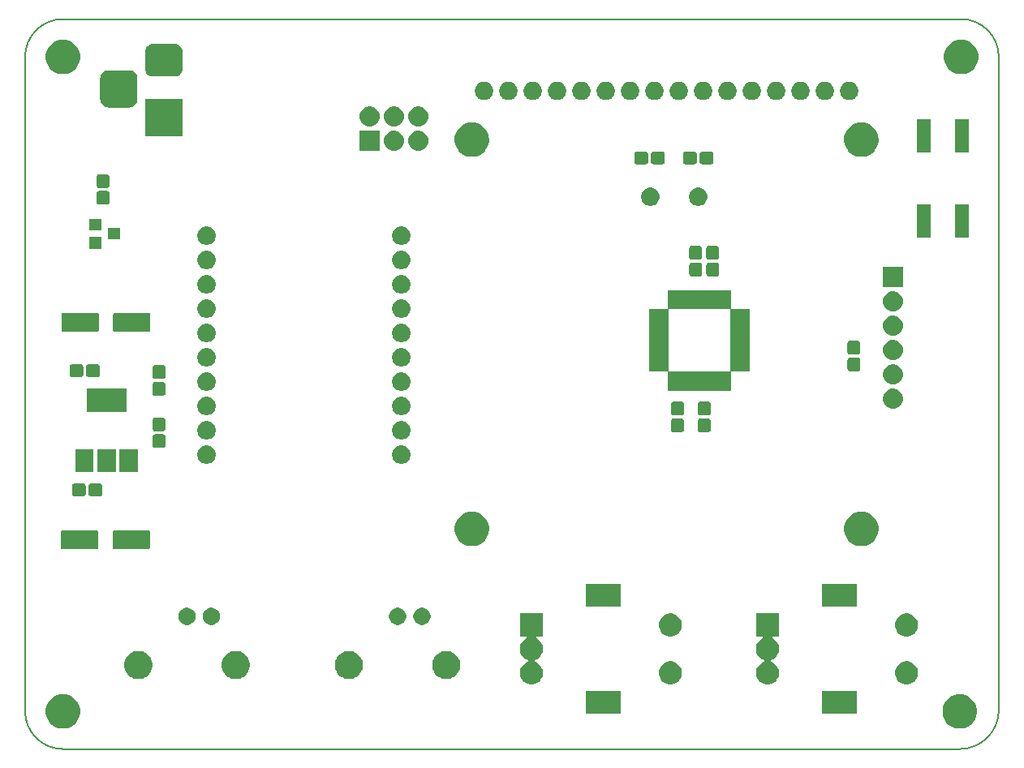
<source format=gbr>
%TF.GenerationSoftware,KiCad,Pcbnew,5.0.2-bee76a0~70~ubuntu18.04.1*%
%TF.CreationDate,2019-10-08T23:09:48-07:00*%
%TF.ProjectId,AD9850,41443938-3530-42e6-9b69-6361645f7063,rev?*%
%TF.SameCoordinates,Original*%
%TF.FileFunction,Soldermask,Top*%
%TF.FilePolarity,Negative*%
%FSLAX46Y46*%
G04 Gerber Fmt 4.6, Leading zero omitted, Abs format (unit mm)*
G04 Created by KiCad (PCBNEW 5.0.2-bee76a0~70~ubuntu18.04.1) date Tue 08 Oct 2019 11:09:48 PM PDT*
%MOMM*%
%LPD*%
G01*
G04 APERTURE LIST*
%ADD10C,0.150000*%
%ADD11C,0.100000*%
G04 APERTURE END LIST*
D10*
X54610000Y-121793000D02*
X54610000Y-53467000D01*
X152146000Y-125730000D02*
X58547000Y-125730000D01*
X156210000Y-53467000D02*
X156210000Y-121666000D01*
X58547000Y-49530000D02*
X152273000Y-49530000D01*
X54610000Y-53467000D02*
G75*
G02X58547000Y-49530000I3937000J0D01*
G01*
X58547000Y-125730000D02*
G75*
G02X54610000Y-121793000I0J3937000D01*
G01*
X156210000Y-121666000D02*
G75*
G02X152146000Y-125730000I-4064000J0D01*
G01*
X152273000Y-49530000D02*
G75*
G02X156210000Y-53467000I0J-3937000D01*
G01*
D11*
G36*
X152555122Y-120039115D02*
X152671041Y-120062173D01*
X152998620Y-120197861D01*
X153289511Y-120392228D01*
X153293436Y-120394851D01*
X153544149Y-120645564D01*
X153741140Y-120940382D01*
X153876827Y-121267960D01*
X153946000Y-121615714D01*
X153946000Y-121970286D01*
X153876827Y-122318040D01*
X153741140Y-122645618D01*
X153544149Y-122940436D01*
X153293436Y-123191149D01*
X153293433Y-123191151D01*
X152998620Y-123388139D01*
X152671041Y-123523827D01*
X152555122Y-123546885D01*
X152323286Y-123593000D01*
X151968714Y-123593000D01*
X151736878Y-123546885D01*
X151620959Y-123523827D01*
X151293380Y-123388139D01*
X150998567Y-123191151D01*
X150998564Y-123191149D01*
X150747851Y-122940436D01*
X150550860Y-122645618D01*
X150415173Y-122318040D01*
X150346000Y-121970286D01*
X150346000Y-121615714D01*
X150415173Y-121267960D01*
X150550860Y-120940382D01*
X150747851Y-120645564D01*
X150998564Y-120394851D01*
X151002489Y-120392228D01*
X151293380Y-120197861D01*
X151620959Y-120062173D01*
X151736878Y-120039115D01*
X151968714Y-119993000D01*
X152323286Y-119993000D01*
X152555122Y-120039115D01*
X152555122Y-120039115D01*
G37*
G36*
X58956122Y-120039115D02*
X59072041Y-120062173D01*
X59399620Y-120197861D01*
X59690511Y-120392228D01*
X59694436Y-120394851D01*
X59945149Y-120645564D01*
X60142140Y-120940382D01*
X60277827Y-121267960D01*
X60347000Y-121615714D01*
X60347000Y-121970286D01*
X60277827Y-122318040D01*
X60142140Y-122645618D01*
X59945149Y-122940436D01*
X59694436Y-123191149D01*
X59694433Y-123191151D01*
X59399620Y-123388139D01*
X59072041Y-123523827D01*
X58956122Y-123546885D01*
X58724286Y-123593000D01*
X58369714Y-123593000D01*
X58137878Y-123546885D01*
X58021959Y-123523827D01*
X57694380Y-123388139D01*
X57399567Y-123191151D01*
X57399564Y-123191149D01*
X57148851Y-122940436D01*
X56951860Y-122645618D01*
X56816173Y-122318040D01*
X56747000Y-121970286D01*
X56747000Y-121615714D01*
X56816173Y-121267960D01*
X56951860Y-120940382D01*
X57148851Y-120645564D01*
X57399564Y-120394851D01*
X57403489Y-120392228D01*
X57694380Y-120197861D01*
X58021959Y-120062173D01*
X58137878Y-120039115D01*
X58369714Y-119993000D01*
X58724286Y-119993000D01*
X58956122Y-120039115D01*
X58956122Y-120039115D01*
G37*
G36*
X116742000Y-122076000D02*
X113142000Y-122076000D01*
X113142000Y-119676000D01*
X116742000Y-119676000D01*
X116742000Y-122076000D01*
X116742000Y-122076000D01*
G37*
G36*
X141380000Y-122076000D02*
X137780000Y-122076000D01*
X137780000Y-119676000D01*
X141380000Y-119676000D01*
X141380000Y-122076000D01*
X141380000Y-122076000D01*
G37*
G36*
X146930026Y-116622115D02*
X147148412Y-116712573D01*
X147344958Y-116843901D01*
X147512099Y-117011042D01*
X147643427Y-117207588D01*
X147733885Y-117425974D01*
X147780000Y-117657809D01*
X147780000Y-117894191D01*
X147733885Y-118126026D01*
X147643427Y-118344412D01*
X147512099Y-118540958D01*
X147344958Y-118708099D01*
X147148412Y-118839427D01*
X146930026Y-118929885D01*
X146698191Y-118976000D01*
X146461809Y-118976000D01*
X146229974Y-118929885D01*
X146011588Y-118839427D01*
X145815042Y-118708099D01*
X145647901Y-118540958D01*
X145516573Y-118344412D01*
X145426115Y-118126026D01*
X145380000Y-117894191D01*
X145380000Y-117657809D01*
X145426115Y-117425974D01*
X145516573Y-117207588D01*
X145647901Y-117011042D01*
X145815042Y-116843901D01*
X146011588Y-116712573D01*
X146229974Y-116622115D01*
X146461809Y-116576000D01*
X146698191Y-116576000D01*
X146930026Y-116622115D01*
X146930026Y-116622115D01*
G37*
G36*
X108642000Y-113976000D02*
X108067692Y-113976000D01*
X108043306Y-113978402D01*
X108019857Y-113985515D01*
X107998246Y-113997066D01*
X107979304Y-114012612D01*
X107963758Y-114031554D01*
X107952207Y-114053165D01*
X107945094Y-114076614D01*
X107942692Y-114101000D01*
X107945094Y-114125386D01*
X107952207Y-114148835D01*
X107963758Y-114170446D01*
X107979304Y-114189388D01*
X107998246Y-114204934D01*
X108001915Y-114206895D01*
X108206958Y-114343901D01*
X108374099Y-114511042D01*
X108505427Y-114707588D01*
X108595885Y-114925974D01*
X108642000Y-115157809D01*
X108642000Y-115394191D01*
X108595885Y-115626026D01*
X108505427Y-115844412D01*
X108374099Y-116040958D01*
X108206958Y-116208099D01*
X108010412Y-116339427D01*
X107838790Y-116410515D01*
X107817179Y-116422066D01*
X107798237Y-116437612D01*
X107782691Y-116456554D01*
X107771140Y-116478164D01*
X107764027Y-116501614D01*
X107761625Y-116526000D01*
X107764027Y-116550386D01*
X107771140Y-116573835D01*
X107782691Y-116595446D01*
X107798237Y-116614388D01*
X107817179Y-116629934D01*
X107838790Y-116641485D01*
X108010412Y-116712573D01*
X108206958Y-116843901D01*
X108374099Y-117011042D01*
X108505427Y-117207588D01*
X108595885Y-117425974D01*
X108642000Y-117657809D01*
X108642000Y-117894191D01*
X108595885Y-118126026D01*
X108505427Y-118344412D01*
X108374099Y-118540958D01*
X108206958Y-118708099D01*
X108010412Y-118839427D01*
X107792026Y-118929885D01*
X107560191Y-118976000D01*
X107323809Y-118976000D01*
X107091974Y-118929885D01*
X106873588Y-118839427D01*
X106677042Y-118708099D01*
X106509901Y-118540958D01*
X106378573Y-118344412D01*
X106288115Y-118126026D01*
X106242000Y-117894191D01*
X106242000Y-117657809D01*
X106288115Y-117425974D01*
X106378573Y-117207588D01*
X106509901Y-117011042D01*
X106677042Y-116843901D01*
X106873588Y-116712573D01*
X107045210Y-116641485D01*
X107066821Y-116629934D01*
X107085763Y-116614388D01*
X107101309Y-116595446D01*
X107112860Y-116573836D01*
X107119973Y-116550386D01*
X107122375Y-116526000D01*
X107119973Y-116501614D01*
X107112860Y-116478165D01*
X107101309Y-116456554D01*
X107085763Y-116437612D01*
X107066821Y-116422066D01*
X107045210Y-116410515D01*
X106873588Y-116339427D01*
X106677042Y-116208099D01*
X106509901Y-116040958D01*
X106378573Y-115844412D01*
X106288115Y-115626026D01*
X106242000Y-115394191D01*
X106242000Y-115157809D01*
X106288115Y-114925974D01*
X106378573Y-114707588D01*
X106509901Y-114511042D01*
X106677042Y-114343901D01*
X106882093Y-114206890D01*
X106885761Y-114204929D01*
X106904702Y-114189382D01*
X106920246Y-114170439D01*
X106931796Y-114148828D01*
X106938908Y-114125378D01*
X106941308Y-114100992D01*
X106938905Y-114076605D01*
X106931790Y-114053157D01*
X106920237Y-114031547D01*
X106904690Y-114012606D01*
X106885747Y-113997062D01*
X106864136Y-113985512D01*
X106840686Y-113978400D01*
X106816308Y-113976000D01*
X106242000Y-113976000D01*
X106242000Y-111576000D01*
X108642000Y-111576000D01*
X108642000Y-113976000D01*
X108642000Y-113976000D01*
G37*
G36*
X122292026Y-116622115D02*
X122510412Y-116712573D01*
X122706958Y-116843901D01*
X122874099Y-117011042D01*
X123005427Y-117207588D01*
X123095885Y-117425974D01*
X123142000Y-117657809D01*
X123142000Y-117894191D01*
X123095885Y-118126026D01*
X123005427Y-118344412D01*
X122874099Y-118540958D01*
X122706958Y-118708099D01*
X122510412Y-118839427D01*
X122292026Y-118929885D01*
X122060191Y-118976000D01*
X121823809Y-118976000D01*
X121591974Y-118929885D01*
X121373588Y-118839427D01*
X121177042Y-118708099D01*
X121009901Y-118540958D01*
X120878573Y-118344412D01*
X120788115Y-118126026D01*
X120742000Y-117894191D01*
X120742000Y-117657809D01*
X120788115Y-117425974D01*
X120878573Y-117207588D01*
X121009901Y-117011042D01*
X121177042Y-116843901D01*
X121373588Y-116712573D01*
X121591974Y-116622115D01*
X121823809Y-116576000D01*
X122060191Y-116576000D01*
X122292026Y-116622115D01*
X122292026Y-116622115D01*
G37*
G36*
X133280000Y-113976000D02*
X132705692Y-113976000D01*
X132681306Y-113978402D01*
X132657857Y-113985515D01*
X132636246Y-113997066D01*
X132617304Y-114012612D01*
X132601758Y-114031554D01*
X132590207Y-114053165D01*
X132583094Y-114076614D01*
X132580692Y-114101000D01*
X132583094Y-114125386D01*
X132590207Y-114148835D01*
X132601758Y-114170446D01*
X132617304Y-114189388D01*
X132636246Y-114204934D01*
X132639915Y-114206895D01*
X132844958Y-114343901D01*
X133012099Y-114511042D01*
X133143427Y-114707588D01*
X133233885Y-114925974D01*
X133280000Y-115157809D01*
X133280000Y-115394191D01*
X133233885Y-115626026D01*
X133143427Y-115844412D01*
X133012099Y-116040958D01*
X132844958Y-116208099D01*
X132648412Y-116339427D01*
X132476790Y-116410515D01*
X132455179Y-116422066D01*
X132436237Y-116437612D01*
X132420691Y-116456554D01*
X132409140Y-116478164D01*
X132402027Y-116501614D01*
X132399625Y-116526000D01*
X132402027Y-116550386D01*
X132409140Y-116573835D01*
X132420691Y-116595446D01*
X132436237Y-116614388D01*
X132455179Y-116629934D01*
X132476790Y-116641485D01*
X132648412Y-116712573D01*
X132844958Y-116843901D01*
X133012099Y-117011042D01*
X133143427Y-117207588D01*
X133233885Y-117425974D01*
X133280000Y-117657809D01*
X133280000Y-117894191D01*
X133233885Y-118126026D01*
X133143427Y-118344412D01*
X133012099Y-118540958D01*
X132844958Y-118708099D01*
X132648412Y-118839427D01*
X132430026Y-118929885D01*
X132198191Y-118976000D01*
X131961809Y-118976000D01*
X131729974Y-118929885D01*
X131511588Y-118839427D01*
X131315042Y-118708099D01*
X131147901Y-118540958D01*
X131016573Y-118344412D01*
X130926115Y-118126026D01*
X130880000Y-117894191D01*
X130880000Y-117657809D01*
X130926115Y-117425974D01*
X131016573Y-117207588D01*
X131147901Y-117011042D01*
X131315042Y-116843901D01*
X131511588Y-116712573D01*
X131683210Y-116641485D01*
X131704821Y-116629934D01*
X131723763Y-116614388D01*
X131739309Y-116595446D01*
X131750860Y-116573836D01*
X131757973Y-116550386D01*
X131760375Y-116526000D01*
X131757973Y-116501614D01*
X131750860Y-116478165D01*
X131739309Y-116456554D01*
X131723763Y-116437612D01*
X131704821Y-116422066D01*
X131683210Y-116410515D01*
X131511588Y-116339427D01*
X131315042Y-116208099D01*
X131147901Y-116040958D01*
X131016573Y-115844412D01*
X130926115Y-115626026D01*
X130880000Y-115394191D01*
X130880000Y-115157809D01*
X130926115Y-114925974D01*
X131016573Y-114707588D01*
X131147901Y-114511042D01*
X131315042Y-114343901D01*
X131520093Y-114206890D01*
X131523761Y-114204929D01*
X131542702Y-114189382D01*
X131558246Y-114170439D01*
X131569796Y-114148828D01*
X131576908Y-114125378D01*
X131579308Y-114100992D01*
X131576905Y-114076605D01*
X131569790Y-114053157D01*
X131558237Y-114031547D01*
X131542690Y-114012606D01*
X131523747Y-113997062D01*
X131502136Y-113985512D01*
X131478686Y-113978400D01*
X131454308Y-113976000D01*
X130880000Y-113976000D01*
X130880000Y-111576000D01*
X133280000Y-111576000D01*
X133280000Y-113976000D01*
X133280000Y-113976000D01*
G37*
G36*
X98980781Y-115553490D02*
X99248307Y-115664303D01*
X99489074Y-115825178D01*
X99693822Y-116029926D01*
X99854697Y-116270693D01*
X99965510Y-116538219D01*
X100022000Y-116822216D01*
X100022000Y-117111784D01*
X99965510Y-117395781D01*
X99854697Y-117663307D01*
X99693822Y-117904074D01*
X99489074Y-118108822D01*
X99248307Y-118269697D01*
X98980781Y-118380510D01*
X98696784Y-118437000D01*
X98407216Y-118437000D01*
X98123219Y-118380510D01*
X97855693Y-118269697D01*
X97614926Y-118108822D01*
X97410178Y-117904074D01*
X97249303Y-117663307D01*
X97138490Y-117395781D01*
X97082000Y-117111784D01*
X97082000Y-116822216D01*
X97138490Y-116538219D01*
X97249303Y-116270693D01*
X97410178Y-116029926D01*
X97614926Y-115825178D01*
X97855693Y-115664303D01*
X98123219Y-115553490D01*
X98407216Y-115497000D01*
X98696784Y-115497000D01*
X98980781Y-115553490D01*
X98980781Y-115553490D01*
G37*
G36*
X88820781Y-115553490D02*
X89088307Y-115664303D01*
X89329074Y-115825178D01*
X89533822Y-116029926D01*
X89694697Y-116270693D01*
X89805510Y-116538219D01*
X89862000Y-116822216D01*
X89862000Y-117111784D01*
X89805510Y-117395781D01*
X89694697Y-117663307D01*
X89533822Y-117904074D01*
X89329074Y-118108822D01*
X89088307Y-118269697D01*
X88820781Y-118380510D01*
X88536784Y-118437000D01*
X88247216Y-118437000D01*
X87963219Y-118380510D01*
X87695693Y-118269697D01*
X87454926Y-118108822D01*
X87250178Y-117904074D01*
X87089303Y-117663307D01*
X86978490Y-117395781D01*
X86922000Y-117111784D01*
X86922000Y-116822216D01*
X86978490Y-116538219D01*
X87089303Y-116270693D01*
X87250178Y-116029926D01*
X87454926Y-115825178D01*
X87695693Y-115664303D01*
X87963219Y-115553490D01*
X88247216Y-115497000D01*
X88536784Y-115497000D01*
X88820781Y-115553490D01*
X88820781Y-115553490D01*
G37*
G36*
X66849781Y-115553490D02*
X67117307Y-115664303D01*
X67358074Y-115825178D01*
X67562822Y-116029926D01*
X67723697Y-116270693D01*
X67834510Y-116538219D01*
X67891000Y-116822216D01*
X67891000Y-117111784D01*
X67834510Y-117395781D01*
X67723697Y-117663307D01*
X67562822Y-117904074D01*
X67358074Y-118108822D01*
X67117307Y-118269697D01*
X66849781Y-118380510D01*
X66565784Y-118437000D01*
X66276216Y-118437000D01*
X65992219Y-118380510D01*
X65724693Y-118269697D01*
X65483926Y-118108822D01*
X65279178Y-117904074D01*
X65118303Y-117663307D01*
X65007490Y-117395781D01*
X64951000Y-117111784D01*
X64951000Y-116822216D01*
X65007490Y-116538219D01*
X65118303Y-116270693D01*
X65279178Y-116029926D01*
X65483926Y-115825178D01*
X65724693Y-115664303D01*
X65992219Y-115553490D01*
X66276216Y-115497000D01*
X66565784Y-115497000D01*
X66849781Y-115553490D01*
X66849781Y-115553490D01*
G37*
G36*
X77009781Y-115553490D02*
X77277307Y-115664303D01*
X77518074Y-115825178D01*
X77722822Y-116029926D01*
X77883697Y-116270693D01*
X77994510Y-116538219D01*
X78051000Y-116822216D01*
X78051000Y-117111784D01*
X77994510Y-117395781D01*
X77883697Y-117663307D01*
X77722822Y-117904074D01*
X77518074Y-118108822D01*
X77277307Y-118269697D01*
X77009781Y-118380510D01*
X76725784Y-118437000D01*
X76436216Y-118437000D01*
X76152219Y-118380510D01*
X75884693Y-118269697D01*
X75643926Y-118108822D01*
X75439178Y-117904074D01*
X75278303Y-117663307D01*
X75167490Y-117395781D01*
X75111000Y-117111784D01*
X75111000Y-116822216D01*
X75167490Y-116538219D01*
X75278303Y-116270693D01*
X75439178Y-116029926D01*
X75643926Y-115825178D01*
X75884693Y-115664303D01*
X76152219Y-115553490D01*
X76436216Y-115497000D01*
X76725784Y-115497000D01*
X77009781Y-115553490D01*
X77009781Y-115553490D01*
G37*
G36*
X146930026Y-111622115D02*
X147148412Y-111712573D01*
X147344958Y-111843901D01*
X147512099Y-112011042D01*
X147643427Y-112207588D01*
X147733885Y-112425974D01*
X147780000Y-112657809D01*
X147780000Y-112894191D01*
X147733885Y-113126026D01*
X147643427Y-113344412D01*
X147512099Y-113540958D01*
X147344958Y-113708099D01*
X147148412Y-113839427D01*
X146930026Y-113929885D01*
X146698191Y-113976000D01*
X146461809Y-113976000D01*
X146229974Y-113929885D01*
X146011588Y-113839427D01*
X145815042Y-113708099D01*
X145647901Y-113540958D01*
X145516573Y-113344412D01*
X145426115Y-113126026D01*
X145380000Y-112894191D01*
X145380000Y-112657809D01*
X145426115Y-112425974D01*
X145516573Y-112207588D01*
X145647901Y-112011042D01*
X145815042Y-111843901D01*
X146011588Y-111712573D01*
X146229974Y-111622115D01*
X146461809Y-111576000D01*
X146698191Y-111576000D01*
X146930026Y-111622115D01*
X146930026Y-111622115D01*
G37*
G36*
X122292026Y-111622115D02*
X122510412Y-111712573D01*
X122706958Y-111843901D01*
X122874099Y-112011042D01*
X123005427Y-112207588D01*
X123095885Y-112425974D01*
X123142000Y-112657809D01*
X123142000Y-112894191D01*
X123095885Y-113126026D01*
X123005427Y-113344412D01*
X122874099Y-113540958D01*
X122706958Y-113708099D01*
X122510412Y-113839427D01*
X122292026Y-113929885D01*
X122060191Y-113976000D01*
X121823809Y-113976000D01*
X121591974Y-113929885D01*
X121373588Y-113839427D01*
X121177042Y-113708099D01*
X121009901Y-113540958D01*
X120878573Y-113344412D01*
X120788115Y-113126026D01*
X120742000Y-112894191D01*
X120742000Y-112657809D01*
X120788115Y-112425974D01*
X120878573Y-112207588D01*
X121009901Y-112011042D01*
X121177042Y-111843901D01*
X121373588Y-111712573D01*
X121591974Y-111622115D01*
X121823809Y-111576000D01*
X122060191Y-111576000D01*
X122292026Y-111622115D01*
X122292026Y-111622115D01*
G37*
G36*
X71763083Y-111023029D02*
X71926596Y-111090758D01*
X72073764Y-111189093D01*
X72198907Y-111314236D01*
X72297242Y-111461404D01*
X72364971Y-111624917D01*
X72399500Y-111798505D01*
X72399500Y-111975495D01*
X72364971Y-112149083D01*
X72297242Y-112312596D01*
X72198907Y-112459764D01*
X72073764Y-112584907D01*
X72073761Y-112584909D01*
X72073760Y-112584910D01*
X71926599Y-112683240D01*
X71926596Y-112683242D01*
X71763083Y-112750971D01*
X71589495Y-112785500D01*
X71412505Y-112785500D01*
X71238917Y-112750971D01*
X71075404Y-112683242D01*
X71075401Y-112683240D01*
X70928240Y-112584910D01*
X70928239Y-112584909D01*
X70928236Y-112584907D01*
X70803093Y-112459764D01*
X70704758Y-112312596D01*
X70637029Y-112149083D01*
X70602500Y-111975495D01*
X70602500Y-111798505D01*
X70637029Y-111624917D01*
X70704758Y-111461404D01*
X70803093Y-111314236D01*
X70928236Y-111189093D01*
X71075404Y-111090758D01*
X71238917Y-111023029D01*
X71412505Y-110988500D01*
X71589495Y-110988500D01*
X71763083Y-111023029D01*
X71763083Y-111023029D01*
G37*
G36*
X96274083Y-111023029D02*
X96437596Y-111090758D01*
X96584764Y-111189093D01*
X96709907Y-111314236D01*
X96808242Y-111461404D01*
X96875971Y-111624917D01*
X96910500Y-111798505D01*
X96910500Y-111975495D01*
X96875971Y-112149083D01*
X96808242Y-112312596D01*
X96709907Y-112459764D01*
X96584764Y-112584907D01*
X96584761Y-112584909D01*
X96584760Y-112584910D01*
X96437599Y-112683240D01*
X96437596Y-112683242D01*
X96274083Y-112750971D01*
X96100495Y-112785500D01*
X95923505Y-112785500D01*
X95749917Y-112750971D01*
X95586404Y-112683242D01*
X95586401Y-112683240D01*
X95439240Y-112584910D01*
X95439239Y-112584909D01*
X95439236Y-112584907D01*
X95314093Y-112459764D01*
X95215758Y-112312596D01*
X95148029Y-112149083D01*
X95113500Y-111975495D01*
X95113500Y-111798505D01*
X95148029Y-111624917D01*
X95215758Y-111461404D01*
X95314093Y-111314236D01*
X95439236Y-111189093D01*
X95586404Y-111090758D01*
X95749917Y-111023029D01*
X95923505Y-110988500D01*
X96100495Y-110988500D01*
X96274083Y-111023029D01*
X96274083Y-111023029D01*
G37*
G36*
X93734083Y-111023029D02*
X93897596Y-111090758D01*
X94044764Y-111189093D01*
X94169907Y-111314236D01*
X94268242Y-111461404D01*
X94335971Y-111624917D01*
X94370500Y-111798505D01*
X94370500Y-111975495D01*
X94335971Y-112149083D01*
X94268242Y-112312596D01*
X94169907Y-112459764D01*
X94044764Y-112584907D01*
X94044761Y-112584909D01*
X94044760Y-112584910D01*
X93897599Y-112683240D01*
X93897596Y-112683242D01*
X93734083Y-112750971D01*
X93560495Y-112785500D01*
X93383505Y-112785500D01*
X93209917Y-112750971D01*
X93046404Y-112683242D01*
X93046401Y-112683240D01*
X92899240Y-112584910D01*
X92899239Y-112584909D01*
X92899236Y-112584907D01*
X92774093Y-112459764D01*
X92675758Y-112312596D01*
X92608029Y-112149083D01*
X92573500Y-111975495D01*
X92573500Y-111798505D01*
X92608029Y-111624917D01*
X92675758Y-111461404D01*
X92774093Y-111314236D01*
X92899236Y-111189093D01*
X93046404Y-111090758D01*
X93209917Y-111023029D01*
X93383505Y-110988500D01*
X93560495Y-110988500D01*
X93734083Y-111023029D01*
X93734083Y-111023029D01*
G37*
G36*
X74303083Y-111023029D02*
X74466596Y-111090758D01*
X74613764Y-111189093D01*
X74738907Y-111314236D01*
X74837242Y-111461404D01*
X74904971Y-111624917D01*
X74939500Y-111798505D01*
X74939500Y-111975495D01*
X74904971Y-112149083D01*
X74837242Y-112312596D01*
X74738907Y-112459764D01*
X74613764Y-112584907D01*
X74613761Y-112584909D01*
X74613760Y-112584910D01*
X74466599Y-112683240D01*
X74466596Y-112683242D01*
X74303083Y-112750971D01*
X74129495Y-112785500D01*
X73952505Y-112785500D01*
X73778917Y-112750971D01*
X73615404Y-112683242D01*
X73615401Y-112683240D01*
X73468240Y-112584910D01*
X73468239Y-112584909D01*
X73468236Y-112584907D01*
X73343093Y-112459764D01*
X73244758Y-112312596D01*
X73177029Y-112149083D01*
X73142500Y-111975495D01*
X73142500Y-111798505D01*
X73177029Y-111624917D01*
X73244758Y-111461404D01*
X73343093Y-111314236D01*
X73468236Y-111189093D01*
X73615404Y-111090758D01*
X73778917Y-111023029D01*
X73952505Y-110988500D01*
X74129495Y-110988500D01*
X74303083Y-111023029D01*
X74303083Y-111023029D01*
G37*
G36*
X141380000Y-110876000D02*
X137780000Y-110876000D01*
X137780000Y-108476000D01*
X141380000Y-108476000D01*
X141380000Y-110876000D01*
X141380000Y-110876000D01*
G37*
G36*
X116742000Y-110876000D02*
X113142000Y-110876000D01*
X113142000Y-108476000D01*
X116742000Y-108476000D01*
X116742000Y-110876000D01*
X116742000Y-110876000D01*
G37*
G36*
X67459516Y-102890946D02*
X67501910Y-102903806D01*
X67540974Y-102924686D01*
X67575214Y-102952786D01*
X67603314Y-102987026D01*
X67624194Y-103026090D01*
X67637054Y-103068484D01*
X67642000Y-103118702D01*
X67642000Y-104653298D01*
X67637054Y-104703516D01*
X67624194Y-104745910D01*
X67603314Y-104784974D01*
X67575214Y-104819214D01*
X67540974Y-104847314D01*
X67501910Y-104868194D01*
X67459516Y-104881054D01*
X67409298Y-104886000D01*
X63974702Y-104886000D01*
X63924484Y-104881054D01*
X63882090Y-104868194D01*
X63843026Y-104847314D01*
X63808786Y-104819214D01*
X63780686Y-104784974D01*
X63759806Y-104745910D01*
X63746946Y-104703516D01*
X63742000Y-104653298D01*
X63742000Y-103118702D01*
X63746946Y-103068484D01*
X63759806Y-103026090D01*
X63780686Y-102987026D01*
X63808786Y-102952786D01*
X63843026Y-102924686D01*
X63882090Y-102903806D01*
X63924484Y-102890946D01*
X63974702Y-102886000D01*
X67409298Y-102886000D01*
X67459516Y-102890946D01*
X67459516Y-102890946D01*
G37*
G36*
X62059516Y-102890946D02*
X62101910Y-102903806D01*
X62140974Y-102924686D01*
X62175214Y-102952786D01*
X62203314Y-102987026D01*
X62224194Y-103026090D01*
X62237054Y-103068484D01*
X62242000Y-103118702D01*
X62242000Y-104653298D01*
X62237054Y-104703516D01*
X62224194Y-104745910D01*
X62203314Y-104784974D01*
X62175214Y-104819214D01*
X62140974Y-104847314D01*
X62101910Y-104868194D01*
X62059516Y-104881054D01*
X62009298Y-104886000D01*
X58574702Y-104886000D01*
X58524484Y-104881054D01*
X58482090Y-104868194D01*
X58443026Y-104847314D01*
X58408786Y-104819214D01*
X58380686Y-104784974D01*
X58359806Y-104745910D01*
X58346946Y-104703516D01*
X58342000Y-104653298D01*
X58342000Y-103118702D01*
X58346946Y-103068484D01*
X58359806Y-103026090D01*
X58380686Y-102987026D01*
X58408786Y-102952786D01*
X58443026Y-102924686D01*
X58482090Y-102903806D01*
X58524484Y-102890946D01*
X58574702Y-102886000D01*
X62009298Y-102886000D01*
X62059516Y-102890946D01*
X62059516Y-102890946D01*
G37*
G36*
X101628122Y-100989115D02*
X101744041Y-101012173D01*
X102071620Y-101147861D01*
X102362511Y-101342228D01*
X102366436Y-101344851D01*
X102617149Y-101595564D01*
X102814140Y-101890382D01*
X102949827Y-102217960D01*
X103019000Y-102565714D01*
X103019000Y-102920286D01*
X102998194Y-103024884D01*
X102963660Y-103198500D01*
X102949827Y-103268040D01*
X102814140Y-103595618D01*
X102617149Y-103890436D01*
X102366436Y-104141149D01*
X102366433Y-104141151D01*
X102071620Y-104338139D01*
X101744041Y-104473827D01*
X101628122Y-104496885D01*
X101396286Y-104543000D01*
X101041714Y-104543000D01*
X100809878Y-104496885D01*
X100693959Y-104473827D01*
X100366380Y-104338139D01*
X100071567Y-104141151D01*
X100071564Y-104141149D01*
X99820851Y-103890436D01*
X99623860Y-103595618D01*
X99488173Y-103268040D01*
X99474341Y-103198500D01*
X99439806Y-103024884D01*
X99419000Y-102920286D01*
X99419000Y-102565714D01*
X99488173Y-102217960D01*
X99623860Y-101890382D01*
X99820851Y-101595564D01*
X100071564Y-101344851D01*
X100075489Y-101342228D01*
X100366380Y-101147861D01*
X100693959Y-101012173D01*
X100809878Y-100989115D01*
X101041714Y-100943000D01*
X101396286Y-100943000D01*
X101628122Y-100989115D01*
X101628122Y-100989115D01*
G37*
G36*
X142268122Y-100989115D02*
X142384041Y-101012173D01*
X142711620Y-101147861D01*
X143002511Y-101342228D01*
X143006436Y-101344851D01*
X143257149Y-101595564D01*
X143454140Y-101890382D01*
X143589827Y-102217960D01*
X143659000Y-102565714D01*
X143659000Y-102920286D01*
X143638194Y-103024884D01*
X143603660Y-103198500D01*
X143589827Y-103268040D01*
X143454140Y-103595618D01*
X143257149Y-103890436D01*
X143006436Y-104141149D01*
X143006433Y-104141151D01*
X142711620Y-104338139D01*
X142384041Y-104473827D01*
X142268122Y-104496885D01*
X142036286Y-104543000D01*
X141681714Y-104543000D01*
X141449878Y-104496885D01*
X141333959Y-104473827D01*
X141006380Y-104338139D01*
X140711567Y-104141151D01*
X140711564Y-104141149D01*
X140460851Y-103890436D01*
X140263860Y-103595618D01*
X140128173Y-103268040D01*
X140114341Y-103198500D01*
X140079806Y-103024884D01*
X140059000Y-102920286D01*
X140059000Y-102565714D01*
X140128173Y-102217960D01*
X140263860Y-101890382D01*
X140460851Y-101595564D01*
X140711564Y-101344851D01*
X140715489Y-101342228D01*
X141006380Y-101147861D01*
X141333959Y-101012173D01*
X141449878Y-100989115D01*
X141681714Y-100943000D01*
X142036286Y-100943000D01*
X142268122Y-100989115D01*
X142268122Y-100989115D01*
G37*
G36*
X62465530Y-98009877D02*
X62517010Y-98025493D01*
X62564442Y-98050846D01*
X62606027Y-98084973D01*
X62640154Y-98126558D01*
X62665507Y-98173990D01*
X62681123Y-98225470D01*
X62687000Y-98285140D01*
X62687000Y-99072860D01*
X62681123Y-99132530D01*
X62665507Y-99184010D01*
X62640154Y-99231442D01*
X62606027Y-99273027D01*
X62564442Y-99307154D01*
X62517010Y-99332507D01*
X62465530Y-99348123D01*
X62405860Y-99354000D01*
X61518140Y-99354000D01*
X61458470Y-99348123D01*
X61406990Y-99332507D01*
X61359558Y-99307154D01*
X61317973Y-99273027D01*
X61283846Y-99231442D01*
X61258493Y-99184010D01*
X61242877Y-99132530D01*
X61237000Y-99072860D01*
X61237000Y-98285140D01*
X61242877Y-98225470D01*
X61258493Y-98173990D01*
X61283846Y-98126558D01*
X61317973Y-98084973D01*
X61359558Y-98050846D01*
X61406990Y-98025493D01*
X61458470Y-98009877D01*
X61518140Y-98004000D01*
X62405860Y-98004000D01*
X62465530Y-98009877D01*
X62465530Y-98009877D01*
G37*
G36*
X60715530Y-98009877D02*
X60767010Y-98025493D01*
X60814442Y-98050846D01*
X60856027Y-98084973D01*
X60890154Y-98126558D01*
X60915507Y-98173990D01*
X60931123Y-98225470D01*
X60937000Y-98285140D01*
X60937000Y-99072860D01*
X60931123Y-99132530D01*
X60915507Y-99184010D01*
X60890154Y-99231442D01*
X60856027Y-99273027D01*
X60814442Y-99307154D01*
X60767010Y-99332507D01*
X60715530Y-99348123D01*
X60655860Y-99354000D01*
X59768140Y-99354000D01*
X59708470Y-99348123D01*
X59656990Y-99332507D01*
X59609558Y-99307154D01*
X59567973Y-99273027D01*
X59533846Y-99231442D01*
X59508493Y-99184010D01*
X59492877Y-99132530D01*
X59487000Y-99072860D01*
X59487000Y-98285140D01*
X59492877Y-98225470D01*
X59508493Y-98173990D01*
X59533846Y-98126558D01*
X59567973Y-98084973D01*
X59609558Y-98050846D01*
X59656990Y-98025493D01*
X59708470Y-98009877D01*
X59768140Y-98004000D01*
X60655860Y-98004000D01*
X60715530Y-98009877D01*
X60715530Y-98009877D01*
G37*
G36*
X64069000Y-96806000D02*
X62169000Y-96806000D01*
X62169000Y-94406000D01*
X64069000Y-94406000D01*
X64069000Y-96806000D01*
X64069000Y-96806000D01*
G37*
G36*
X66369000Y-96806000D02*
X64469000Y-96806000D01*
X64469000Y-94406000D01*
X66369000Y-94406000D01*
X66369000Y-96806000D01*
X66369000Y-96806000D01*
G37*
G36*
X61769000Y-96806000D02*
X59869000Y-96806000D01*
X59869000Y-94406000D01*
X61769000Y-94406000D01*
X61769000Y-96806000D01*
X61769000Y-96806000D01*
G37*
G36*
X94133603Y-94070968D02*
X94133606Y-94070969D01*
X94133605Y-94070969D01*
X94308678Y-94143486D01*
X94308679Y-94143487D01*
X94466241Y-94248767D01*
X94600233Y-94382759D01*
X94600234Y-94382761D01*
X94705514Y-94540322D01*
X94761603Y-94675734D01*
X94778032Y-94715397D01*
X94815000Y-94901250D01*
X94815000Y-95090750D01*
X94778032Y-95276603D01*
X94778031Y-95276605D01*
X94705514Y-95451678D01*
X94705513Y-95451679D01*
X94600233Y-95609241D01*
X94466241Y-95743233D01*
X94386923Y-95796232D01*
X94308678Y-95848514D01*
X94173266Y-95904603D01*
X94133603Y-95921032D01*
X93947750Y-95958000D01*
X93758250Y-95958000D01*
X93572397Y-95921032D01*
X93532734Y-95904603D01*
X93397322Y-95848514D01*
X93319077Y-95796232D01*
X93239759Y-95743233D01*
X93105767Y-95609241D01*
X93000487Y-95451679D01*
X93000486Y-95451678D01*
X92927969Y-95276605D01*
X92927968Y-95276603D01*
X92891000Y-95090750D01*
X92891000Y-94901250D01*
X92927968Y-94715397D01*
X92944397Y-94675734D01*
X93000486Y-94540322D01*
X93105766Y-94382761D01*
X93105767Y-94382759D01*
X93239759Y-94248767D01*
X93397321Y-94143487D01*
X93397322Y-94143486D01*
X93572395Y-94070969D01*
X93572394Y-94070969D01*
X93572397Y-94070968D01*
X93758250Y-94034000D01*
X93947750Y-94034000D01*
X94133603Y-94070968D01*
X94133603Y-94070968D01*
G37*
G36*
X73813603Y-94070968D02*
X73813606Y-94070969D01*
X73813605Y-94070969D01*
X73988678Y-94143486D01*
X73988679Y-94143487D01*
X74146241Y-94248767D01*
X74280233Y-94382759D01*
X74280234Y-94382761D01*
X74385514Y-94540322D01*
X74441603Y-94675734D01*
X74458032Y-94715397D01*
X74495000Y-94901250D01*
X74495000Y-95090750D01*
X74458032Y-95276603D01*
X74458031Y-95276605D01*
X74385514Y-95451678D01*
X74385513Y-95451679D01*
X74280233Y-95609241D01*
X74146241Y-95743233D01*
X74066923Y-95796232D01*
X73988678Y-95848514D01*
X73853266Y-95904603D01*
X73813603Y-95921032D01*
X73627750Y-95958000D01*
X73438250Y-95958000D01*
X73252397Y-95921032D01*
X73212734Y-95904603D01*
X73077322Y-95848514D01*
X72999077Y-95796232D01*
X72919759Y-95743233D01*
X72785767Y-95609241D01*
X72680487Y-95451679D01*
X72680486Y-95451678D01*
X72607969Y-95276605D01*
X72607968Y-95276603D01*
X72571000Y-95090750D01*
X72571000Y-94901250D01*
X72607968Y-94715397D01*
X72624397Y-94675734D01*
X72680486Y-94540322D01*
X72785766Y-94382761D01*
X72785767Y-94382759D01*
X72919759Y-94248767D01*
X73077321Y-94143487D01*
X73077322Y-94143486D01*
X73252395Y-94070969D01*
X73252394Y-94070969D01*
X73252397Y-94070968D01*
X73438250Y-94034000D01*
X73627750Y-94034000D01*
X73813603Y-94070968D01*
X73813603Y-94070968D01*
G37*
G36*
X69033530Y-92865877D02*
X69085010Y-92881493D01*
X69132442Y-92906846D01*
X69174027Y-92940973D01*
X69208154Y-92982558D01*
X69233507Y-93029990D01*
X69249123Y-93081470D01*
X69255000Y-93141140D01*
X69255000Y-94028860D01*
X69249123Y-94088530D01*
X69233507Y-94140010D01*
X69208154Y-94187442D01*
X69174027Y-94229027D01*
X69132442Y-94263154D01*
X69085010Y-94288507D01*
X69033530Y-94304123D01*
X68973860Y-94310000D01*
X68186140Y-94310000D01*
X68126470Y-94304123D01*
X68074990Y-94288507D01*
X68027558Y-94263154D01*
X67985973Y-94229027D01*
X67951846Y-94187442D01*
X67926493Y-94140010D01*
X67910877Y-94088530D01*
X67905000Y-94028860D01*
X67905000Y-93141140D01*
X67910877Y-93081470D01*
X67926493Y-93029990D01*
X67951846Y-92982558D01*
X67985973Y-92940973D01*
X68027558Y-92906846D01*
X68074990Y-92881493D01*
X68126470Y-92865877D01*
X68186140Y-92860000D01*
X68973860Y-92860000D01*
X69033530Y-92865877D01*
X69033530Y-92865877D01*
G37*
G36*
X73813603Y-91530968D02*
X73813606Y-91530969D01*
X73813605Y-91530969D01*
X73988678Y-91603486D01*
X73988679Y-91603487D01*
X74146241Y-91708767D01*
X74280233Y-91842759D01*
X74280234Y-91842761D01*
X74385514Y-92000322D01*
X74441603Y-92135734D01*
X74458032Y-92175397D01*
X74495000Y-92361250D01*
X74495000Y-92550750D01*
X74458032Y-92736603D01*
X74458031Y-92736605D01*
X74385514Y-92911678D01*
X74353994Y-92958851D01*
X74280233Y-93069241D01*
X74146241Y-93203233D01*
X74066923Y-93256232D01*
X73988678Y-93308514D01*
X73853266Y-93364603D01*
X73813603Y-93381032D01*
X73627750Y-93418000D01*
X73438250Y-93418000D01*
X73252397Y-93381032D01*
X73212734Y-93364603D01*
X73077322Y-93308514D01*
X72999077Y-93256232D01*
X72919759Y-93203233D01*
X72785767Y-93069241D01*
X72712006Y-92958851D01*
X72680486Y-92911678D01*
X72607969Y-92736605D01*
X72607968Y-92736603D01*
X72571000Y-92550750D01*
X72571000Y-92361250D01*
X72607968Y-92175397D01*
X72624397Y-92135734D01*
X72680486Y-92000322D01*
X72785766Y-91842761D01*
X72785767Y-91842759D01*
X72919759Y-91708767D01*
X73077321Y-91603487D01*
X73077322Y-91603486D01*
X73252395Y-91530969D01*
X73252394Y-91530969D01*
X73252397Y-91530968D01*
X73438250Y-91494000D01*
X73627750Y-91494000D01*
X73813603Y-91530968D01*
X73813603Y-91530968D01*
G37*
G36*
X94133603Y-91530968D02*
X94133606Y-91530969D01*
X94133605Y-91530969D01*
X94308678Y-91603486D01*
X94308679Y-91603487D01*
X94466241Y-91708767D01*
X94600233Y-91842759D01*
X94600234Y-91842761D01*
X94705514Y-92000322D01*
X94761603Y-92135734D01*
X94778032Y-92175397D01*
X94815000Y-92361250D01*
X94815000Y-92550750D01*
X94778032Y-92736603D01*
X94778031Y-92736605D01*
X94705514Y-92911678D01*
X94673994Y-92958851D01*
X94600233Y-93069241D01*
X94466241Y-93203233D01*
X94386923Y-93256232D01*
X94308678Y-93308514D01*
X94173266Y-93364603D01*
X94133603Y-93381032D01*
X93947750Y-93418000D01*
X93758250Y-93418000D01*
X93572397Y-93381032D01*
X93532734Y-93364603D01*
X93397322Y-93308514D01*
X93319077Y-93256232D01*
X93239759Y-93203233D01*
X93105767Y-93069241D01*
X93032006Y-92958851D01*
X93000486Y-92911678D01*
X92927969Y-92736605D01*
X92927968Y-92736603D01*
X92891000Y-92550750D01*
X92891000Y-92361250D01*
X92927968Y-92175397D01*
X92944397Y-92135734D01*
X93000486Y-92000322D01*
X93105766Y-91842761D01*
X93105767Y-91842759D01*
X93239759Y-91708767D01*
X93397321Y-91603487D01*
X93397322Y-91603486D01*
X93572395Y-91530969D01*
X93572394Y-91530969D01*
X93572397Y-91530968D01*
X93758250Y-91494000D01*
X93947750Y-91494000D01*
X94133603Y-91530968D01*
X94133603Y-91530968D01*
G37*
G36*
X125929530Y-91214877D02*
X125981010Y-91230493D01*
X126028442Y-91255846D01*
X126070027Y-91289973D01*
X126104154Y-91331558D01*
X126129507Y-91378990D01*
X126145123Y-91430470D01*
X126151000Y-91490140D01*
X126151000Y-92377860D01*
X126145123Y-92437530D01*
X126129507Y-92489010D01*
X126104154Y-92536442D01*
X126070027Y-92578027D01*
X126028442Y-92612154D01*
X125981010Y-92637507D01*
X125929530Y-92653123D01*
X125869860Y-92659000D01*
X125082140Y-92659000D01*
X125022470Y-92653123D01*
X124970990Y-92637507D01*
X124923558Y-92612154D01*
X124881973Y-92578027D01*
X124847846Y-92536442D01*
X124822493Y-92489010D01*
X124806877Y-92437530D01*
X124801000Y-92377860D01*
X124801000Y-91490140D01*
X124806877Y-91430470D01*
X124822493Y-91378990D01*
X124847846Y-91331558D01*
X124881973Y-91289973D01*
X124923558Y-91255846D01*
X124970990Y-91230493D01*
X125022470Y-91214877D01*
X125082140Y-91209000D01*
X125869860Y-91209000D01*
X125929530Y-91214877D01*
X125929530Y-91214877D01*
G37*
G36*
X123135530Y-91214877D02*
X123187010Y-91230493D01*
X123234442Y-91255846D01*
X123276027Y-91289973D01*
X123310154Y-91331558D01*
X123335507Y-91378990D01*
X123351123Y-91430470D01*
X123357000Y-91490140D01*
X123357000Y-92377860D01*
X123351123Y-92437530D01*
X123335507Y-92489010D01*
X123310154Y-92536442D01*
X123276027Y-92578027D01*
X123234442Y-92612154D01*
X123187010Y-92637507D01*
X123135530Y-92653123D01*
X123075860Y-92659000D01*
X122288140Y-92659000D01*
X122228470Y-92653123D01*
X122176990Y-92637507D01*
X122129558Y-92612154D01*
X122087973Y-92578027D01*
X122053846Y-92536442D01*
X122028493Y-92489010D01*
X122012877Y-92437530D01*
X122007000Y-92377860D01*
X122007000Y-91490140D01*
X122012877Y-91430470D01*
X122028493Y-91378990D01*
X122053846Y-91331558D01*
X122087973Y-91289973D01*
X122129558Y-91255846D01*
X122176990Y-91230493D01*
X122228470Y-91214877D01*
X122288140Y-91209000D01*
X123075860Y-91209000D01*
X123135530Y-91214877D01*
X123135530Y-91214877D01*
G37*
G36*
X69033530Y-91115877D02*
X69085010Y-91131493D01*
X69132442Y-91156846D01*
X69174027Y-91190973D01*
X69208154Y-91232558D01*
X69233507Y-91279990D01*
X69249123Y-91331470D01*
X69255000Y-91391140D01*
X69255000Y-92278860D01*
X69249123Y-92338530D01*
X69233507Y-92390010D01*
X69208154Y-92437442D01*
X69174027Y-92479027D01*
X69132442Y-92513154D01*
X69085010Y-92538507D01*
X69033530Y-92554123D01*
X68973860Y-92560000D01*
X68186140Y-92560000D01*
X68126470Y-92554123D01*
X68074990Y-92538507D01*
X68027558Y-92513154D01*
X67985973Y-92479027D01*
X67951846Y-92437442D01*
X67926493Y-92390010D01*
X67910877Y-92338530D01*
X67905000Y-92278860D01*
X67905000Y-91391140D01*
X67910877Y-91331470D01*
X67926493Y-91279990D01*
X67951846Y-91232558D01*
X67985973Y-91190973D01*
X68027558Y-91156846D01*
X68074990Y-91131493D01*
X68126470Y-91115877D01*
X68186140Y-91110000D01*
X68973860Y-91110000D01*
X69033530Y-91115877D01*
X69033530Y-91115877D01*
G37*
G36*
X123135530Y-89464877D02*
X123187010Y-89480493D01*
X123234442Y-89505846D01*
X123276027Y-89539973D01*
X123310154Y-89581558D01*
X123335507Y-89628990D01*
X123351123Y-89680470D01*
X123357000Y-89740140D01*
X123357000Y-90627860D01*
X123351123Y-90687530D01*
X123335507Y-90739010D01*
X123310154Y-90786442D01*
X123276027Y-90828027D01*
X123234442Y-90862154D01*
X123187010Y-90887507D01*
X123135530Y-90903123D01*
X123075860Y-90909000D01*
X122288140Y-90909000D01*
X122228470Y-90903123D01*
X122176990Y-90887507D01*
X122129558Y-90862154D01*
X122087973Y-90828027D01*
X122053846Y-90786442D01*
X122028493Y-90739010D01*
X122012877Y-90687530D01*
X122007000Y-90627860D01*
X122007000Y-89740140D01*
X122012877Y-89680470D01*
X122028493Y-89628990D01*
X122053846Y-89581558D01*
X122087973Y-89539973D01*
X122129558Y-89505846D01*
X122176990Y-89480493D01*
X122228470Y-89464877D01*
X122288140Y-89459000D01*
X123075860Y-89459000D01*
X123135530Y-89464877D01*
X123135530Y-89464877D01*
G37*
G36*
X125929530Y-89464877D02*
X125981010Y-89480493D01*
X126028442Y-89505846D01*
X126070027Y-89539973D01*
X126104154Y-89581558D01*
X126129507Y-89628990D01*
X126145123Y-89680470D01*
X126151000Y-89740140D01*
X126151000Y-90627860D01*
X126145123Y-90687530D01*
X126129507Y-90739010D01*
X126104154Y-90786442D01*
X126070027Y-90828027D01*
X126028442Y-90862154D01*
X125981010Y-90887507D01*
X125929530Y-90903123D01*
X125869860Y-90909000D01*
X125082140Y-90909000D01*
X125022470Y-90903123D01*
X124970990Y-90887507D01*
X124923558Y-90862154D01*
X124881973Y-90828027D01*
X124847846Y-90786442D01*
X124822493Y-90739010D01*
X124806877Y-90687530D01*
X124801000Y-90627860D01*
X124801000Y-89740140D01*
X124806877Y-89680470D01*
X124822493Y-89628990D01*
X124847846Y-89581558D01*
X124881973Y-89539973D01*
X124923558Y-89505846D01*
X124970990Y-89480493D01*
X125022470Y-89464877D01*
X125082140Y-89459000D01*
X125869860Y-89459000D01*
X125929530Y-89464877D01*
X125929530Y-89464877D01*
G37*
G36*
X94133603Y-88990968D02*
X94133606Y-88990969D01*
X94133605Y-88990969D01*
X94308678Y-89063486D01*
X94308679Y-89063487D01*
X94466241Y-89168767D01*
X94600233Y-89302759D01*
X94600234Y-89302761D01*
X94705514Y-89460322D01*
X94745875Y-89557763D01*
X94778032Y-89635397D01*
X94815000Y-89821250D01*
X94815000Y-90010750D01*
X94778032Y-90196603D01*
X94778031Y-90196605D01*
X94705514Y-90371678D01*
X94705513Y-90371679D01*
X94600233Y-90529241D01*
X94466241Y-90663233D01*
X94429878Y-90687530D01*
X94308678Y-90768514D01*
X94208161Y-90810149D01*
X94133603Y-90841032D01*
X93947750Y-90878000D01*
X93758250Y-90878000D01*
X93572397Y-90841032D01*
X93497839Y-90810149D01*
X93397322Y-90768514D01*
X93276122Y-90687530D01*
X93239759Y-90663233D01*
X93105767Y-90529241D01*
X93000487Y-90371679D01*
X93000486Y-90371678D01*
X92927969Y-90196605D01*
X92927968Y-90196603D01*
X92891000Y-90010750D01*
X92891000Y-89821250D01*
X92927968Y-89635397D01*
X92960125Y-89557763D01*
X93000486Y-89460322D01*
X93105766Y-89302761D01*
X93105767Y-89302759D01*
X93239759Y-89168767D01*
X93397321Y-89063487D01*
X93397322Y-89063486D01*
X93572395Y-88990969D01*
X93572394Y-88990969D01*
X93572397Y-88990968D01*
X93758250Y-88954000D01*
X93947750Y-88954000D01*
X94133603Y-88990968D01*
X94133603Y-88990968D01*
G37*
G36*
X73813603Y-88990968D02*
X73813606Y-88990969D01*
X73813605Y-88990969D01*
X73988678Y-89063486D01*
X73988679Y-89063487D01*
X74146241Y-89168767D01*
X74280233Y-89302759D01*
X74280234Y-89302761D01*
X74385514Y-89460322D01*
X74425875Y-89557763D01*
X74458032Y-89635397D01*
X74495000Y-89821250D01*
X74495000Y-90010750D01*
X74458032Y-90196603D01*
X74458031Y-90196605D01*
X74385514Y-90371678D01*
X74385513Y-90371679D01*
X74280233Y-90529241D01*
X74146241Y-90663233D01*
X74109878Y-90687530D01*
X73988678Y-90768514D01*
X73888161Y-90810149D01*
X73813603Y-90841032D01*
X73627750Y-90878000D01*
X73438250Y-90878000D01*
X73252397Y-90841032D01*
X73177839Y-90810149D01*
X73077322Y-90768514D01*
X72956122Y-90687530D01*
X72919759Y-90663233D01*
X72785767Y-90529241D01*
X72680487Y-90371679D01*
X72680486Y-90371678D01*
X72607969Y-90196605D01*
X72607968Y-90196603D01*
X72571000Y-90010750D01*
X72571000Y-89821250D01*
X72607968Y-89635397D01*
X72640125Y-89557763D01*
X72680486Y-89460322D01*
X72785766Y-89302761D01*
X72785767Y-89302759D01*
X72919759Y-89168767D01*
X73077321Y-89063487D01*
X73077322Y-89063486D01*
X73252395Y-88990969D01*
X73252394Y-88990969D01*
X73252397Y-88990968D01*
X73438250Y-88954000D01*
X73627750Y-88954000D01*
X73813603Y-88990968D01*
X73813603Y-88990968D01*
G37*
G36*
X65219000Y-90506000D02*
X61019000Y-90506000D01*
X61019000Y-88106000D01*
X65219000Y-88106000D01*
X65219000Y-90506000D01*
X65219000Y-90506000D01*
G37*
G36*
X145289707Y-88111597D02*
X145366836Y-88119193D01*
X145498787Y-88159220D01*
X145564763Y-88179233D01*
X145747172Y-88276733D01*
X145907054Y-88407946D01*
X146038267Y-88567828D01*
X146135767Y-88750237D01*
X146155780Y-88816213D01*
X146195807Y-88948164D01*
X146216080Y-89154000D01*
X146195807Y-89359836D01*
X146165726Y-89459000D01*
X146135767Y-89557763D01*
X146038267Y-89740172D01*
X145907054Y-89900054D01*
X145747172Y-90031267D01*
X145564763Y-90128767D01*
X145498787Y-90148780D01*
X145366836Y-90188807D01*
X145289707Y-90196403D01*
X145212580Y-90204000D01*
X145109420Y-90204000D01*
X145032293Y-90196403D01*
X144955164Y-90188807D01*
X144823213Y-90148780D01*
X144757237Y-90128767D01*
X144574828Y-90031267D01*
X144414946Y-89900054D01*
X144283733Y-89740172D01*
X144186233Y-89557763D01*
X144156274Y-89459000D01*
X144126193Y-89359836D01*
X144105920Y-89154000D01*
X144126193Y-88948164D01*
X144166220Y-88816213D01*
X144186233Y-88750237D01*
X144283733Y-88567828D01*
X144414946Y-88407946D01*
X144574828Y-88276733D01*
X144757237Y-88179233D01*
X144823213Y-88159220D01*
X144955164Y-88119193D01*
X145032293Y-88111597D01*
X145109420Y-88104000D01*
X145212580Y-88104000D01*
X145289707Y-88111597D01*
X145289707Y-88111597D01*
G37*
G36*
X69033530Y-87404877D02*
X69085010Y-87420493D01*
X69132442Y-87445846D01*
X69174027Y-87479973D01*
X69208154Y-87521558D01*
X69233507Y-87568990D01*
X69249123Y-87620470D01*
X69255000Y-87680140D01*
X69255000Y-88567860D01*
X69249123Y-88627530D01*
X69233507Y-88679010D01*
X69208154Y-88726442D01*
X69174027Y-88768027D01*
X69132442Y-88802154D01*
X69085010Y-88827507D01*
X69033530Y-88843123D01*
X68973860Y-88849000D01*
X68186140Y-88849000D01*
X68126470Y-88843123D01*
X68074990Y-88827507D01*
X68027558Y-88802154D01*
X67985973Y-88768027D01*
X67951846Y-88726442D01*
X67926493Y-88679010D01*
X67910877Y-88627530D01*
X67905000Y-88567860D01*
X67905000Y-87680140D01*
X67910877Y-87620470D01*
X67926493Y-87568990D01*
X67951846Y-87521558D01*
X67985973Y-87479973D01*
X68027558Y-87445846D01*
X68074990Y-87420493D01*
X68126470Y-87404877D01*
X68186140Y-87399000D01*
X68973860Y-87399000D01*
X69033530Y-87404877D01*
X69033530Y-87404877D01*
G37*
G36*
X73813603Y-86450968D02*
X73853266Y-86467397D01*
X73988678Y-86523486D01*
X73988679Y-86523487D01*
X74146241Y-86628767D01*
X74280233Y-86762759D01*
X74280234Y-86762761D01*
X74385514Y-86920322D01*
X74425875Y-87017763D01*
X74458032Y-87095397D01*
X74495000Y-87281250D01*
X74495000Y-87470750D01*
X74458032Y-87656603D01*
X74458031Y-87656605D01*
X74385514Y-87831678D01*
X74385513Y-87831679D01*
X74280233Y-87989241D01*
X74146241Y-88123233D01*
X74066923Y-88176232D01*
X73988678Y-88228514D01*
X73872266Y-88276733D01*
X73813603Y-88301032D01*
X73627750Y-88338000D01*
X73438250Y-88338000D01*
X73252397Y-88301032D01*
X73193734Y-88276733D01*
X73077322Y-88228514D01*
X72999077Y-88176232D01*
X72919759Y-88123233D01*
X72785767Y-87989241D01*
X72680487Y-87831679D01*
X72680486Y-87831678D01*
X72607969Y-87656605D01*
X72607968Y-87656603D01*
X72571000Y-87470750D01*
X72571000Y-87281250D01*
X72607968Y-87095397D01*
X72640125Y-87017763D01*
X72680486Y-86920322D01*
X72785766Y-86762761D01*
X72785767Y-86762759D01*
X72919759Y-86628767D01*
X73077321Y-86523487D01*
X73077322Y-86523486D01*
X73212734Y-86467397D01*
X73252397Y-86450968D01*
X73438250Y-86414000D01*
X73627750Y-86414000D01*
X73813603Y-86450968D01*
X73813603Y-86450968D01*
G37*
G36*
X94133603Y-86450968D02*
X94173266Y-86467397D01*
X94308678Y-86523486D01*
X94308679Y-86523487D01*
X94466241Y-86628767D01*
X94600233Y-86762759D01*
X94600234Y-86762761D01*
X94705514Y-86920322D01*
X94745875Y-87017763D01*
X94778032Y-87095397D01*
X94815000Y-87281250D01*
X94815000Y-87470750D01*
X94778032Y-87656603D01*
X94778031Y-87656605D01*
X94705514Y-87831678D01*
X94705513Y-87831679D01*
X94600233Y-87989241D01*
X94466241Y-88123233D01*
X94386923Y-88176232D01*
X94308678Y-88228514D01*
X94192266Y-88276733D01*
X94133603Y-88301032D01*
X93947750Y-88338000D01*
X93758250Y-88338000D01*
X93572397Y-88301032D01*
X93513734Y-88276733D01*
X93397322Y-88228514D01*
X93319077Y-88176232D01*
X93239759Y-88123233D01*
X93105767Y-87989241D01*
X93000487Y-87831679D01*
X93000486Y-87831678D01*
X92927969Y-87656605D01*
X92927968Y-87656603D01*
X92891000Y-87470750D01*
X92891000Y-87281250D01*
X92927968Y-87095397D01*
X92960125Y-87017763D01*
X93000486Y-86920322D01*
X93105766Y-86762761D01*
X93105767Y-86762759D01*
X93239759Y-86628767D01*
X93397321Y-86523487D01*
X93397322Y-86523486D01*
X93532734Y-86467397D01*
X93572397Y-86450968D01*
X93758250Y-86414000D01*
X93947750Y-86414000D01*
X94133603Y-86450968D01*
X94133603Y-86450968D01*
G37*
G36*
X128243000Y-79658000D02*
X128245402Y-79682386D01*
X128252515Y-79705835D01*
X128264066Y-79727446D01*
X128279612Y-79746388D01*
X128298554Y-79761934D01*
X128320165Y-79773485D01*
X128343614Y-79780598D01*
X128368000Y-79783000D01*
X130218000Y-79783000D01*
X130218000Y-86333000D01*
X128368000Y-86333000D01*
X128343614Y-86335402D01*
X128320165Y-86342515D01*
X128298554Y-86354066D01*
X128279612Y-86369612D01*
X128264066Y-86388554D01*
X128252515Y-86410165D01*
X128245402Y-86433614D01*
X128243000Y-86458000D01*
X128243000Y-88308000D01*
X121693000Y-88308000D01*
X121693000Y-86458000D01*
X121690598Y-86433614D01*
X121683485Y-86410165D01*
X121671934Y-86388554D01*
X121656388Y-86369612D01*
X121637446Y-86354066D01*
X121615835Y-86342515D01*
X121592386Y-86335402D01*
X121568000Y-86333000D01*
X119718000Y-86333000D01*
X119718000Y-79933000D01*
X121718000Y-79933000D01*
X121718000Y-86183000D01*
X121720402Y-86207386D01*
X121727515Y-86230835D01*
X121739066Y-86252446D01*
X121754612Y-86271388D01*
X121773554Y-86286934D01*
X121795165Y-86298485D01*
X121818614Y-86305598D01*
X121843000Y-86308000D01*
X128093000Y-86308000D01*
X128117386Y-86305598D01*
X128140835Y-86298485D01*
X128162446Y-86286934D01*
X128181388Y-86271388D01*
X128196934Y-86252446D01*
X128208485Y-86230835D01*
X128215598Y-86207386D01*
X128218000Y-86183000D01*
X128218000Y-79933000D01*
X128215598Y-79908614D01*
X128208485Y-79885165D01*
X128196934Y-79863554D01*
X128181388Y-79844612D01*
X128162446Y-79829066D01*
X128140835Y-79817515D01*
X128117386Y-79810402D01*
X128093000Y-79808000D01*
X121843000Y-79808000D01*
X121818614Y-79810402D01*
X121795165Y-79817515D01*
X121773554Y-79829066D01*
X121754612Y-79844612D01*
X121739066Y-79863554D01*
X121727515Y-79885165D01*
X121720402Y-79908614D01*
X121718000Y-79933000D01*
X119718000Y-79933000D01*
X119718000Y-79783000D01*
X121568000Y-79783000D01*
X121592386Y-79780598D01*
X121615835Y-79773485D01*
X121637446Y-79761934D01*
X121656388Y-79746388D01*
X121671934Y-79727446D01*
X121683485Y-79705835D01*
X121690598Y-79682386D01*
X121693000Y-79658000D01*
X121693000Y-77808000D01*
X128243000Y-77808000D01*
X128243000Y-79658000D01*
X128243000Y-79658000D01*
G37*
G36*
X145289707Y-85571596D02*
X145366836Y-85579193D01*
X145484477Y-85614879D01*
X145564763Y-85639233D01*
X145747172Y-85736733D01*
X145907054Y-85867946D01*
X146038267Y-86027828D01*
X146135767Y-86210237D01*
X146154317Y-86271388D01*
X146195807Y-86408164D01*
X146216080Y-86614000D01*
X146195807Y-86819836D01*
X146156624Y-86949005D01*
X146135767Y-87017763D01*
X146038267Y-87200172D01*
X145907054Y-87360054D01*
X145747172Y-87491267D01*
X145564763Y-87588767D01*
X145503522Y-87607344D01*
X145366836Y-87648807D01*
X145289707Y-87656403D01*
X145212580Y-87664000D01*
X145109420Y-87664000D01*
X145032293Y-87656403D01*
X144955164Y-87648807D01*
X144818478Y-87607344D01*
X144757237Y-87588767D01*
X144574828Y-87491267D01*
X144414946Y-87360054D01*
X144283733Y-87200172D01*
X144186233Y-87017763D01*
X144165376Y-86949005D01*
X144126193Y-86819836D01*
X144105920Y-86614000D01*
X144126193Y-86408164D01*
X144167683Y-86271388D01*
X144186233Y-86210237D01*
X144283733Y-86027828D01*
X144414946Y-85867946D01*
X144574828Y-85736733D01*
X144757237Y-85639233D01*
X144837523Y-85614879D01*
X144955164Y-85579193D01*
X145032293Y-85571596D01*
X145109420Y-85564000D01*
X145212580Y-85564000D01*
X145289707Y-85571596D01*
X145289707Y-85571596D01*
G37*
G36*
X69033530Y-85654877D02*
X69085010Y-85670493D01*
X69132442Y-85695846D01*
X69174027Y-85729973D01*
X69208154Y-85771558D01*
X69233507Y-85818990D01*
X69249123Y-85870470D01*
X69255000Y-85930140D01*
X69255000Y-86817860D01*
X69249123Y-86877530D01*
X69233507Y-86929010D01*
X69208154Y-86976442D01*
X69174027Y-87018027D01*
X69132442Y-87052154D01*
X69085010Y-87077507D01*
X69033530Y-87093123D01*
X68973860Y-87099000D01*
X68186140Y-87099000D01*
X68126470Y-87093123D01*
X68074990Y-87077507D01*
X68027558Y-87052154D01*
X67985973Y-87018027D01*
X67951846Y-86976442D01*
X67926493Y-86929010D01*
X67910877Y-86877530D01*
X67905000Y-86817860D01*
X67905000Y-85930140D01*
X67910877Y-85870470D01*
X67926493Y-85818990D01*
X67951846Y-85771558D01*
X67985973Y-85729973D01*
X68027558Y-85695846D01*
X68074990Y-85670493D01*
X68126470Y-85654877D01*
X68186140Y-85649000D01*
X68973860Y-85649000D01*
X69033530Y-85654877D01*
X69033530Y-85654877D01*
G37*
G36*
X62211530Y-85563877D02*
X62263010Y-85579493D01*
X62310442Y-85604846D01*
X62352027Y-85638973D01*
X62386154Y-85680558D01*
X62411507Y-85727990D01*
X62427123Y-85779470D01*
X62433000Y-85839140D01*
X62433000Y-86626860D01*
X62427123Y-86686530D01*
X62411507Y-86738010D01*
X62386154Y-86785442D01*
X62352027Y-86827027D01*
X62310442Y-86861154D01*
X62263010Y-86886507D01*
X62211530Y-86902123D01*
X62151860Y-86908000D01*
X61264140Y-86908000D01*
X61204470Y-86902123D01*
X61152990Y-86886507D01*
X61105558Y-86861154D01*
X61063973Y-86827027D01*
X61029846Y-86785442D01*
X61004493Y-86738010D01*
X60988877Y-86686530D01*
X60983000Y-86626860D01*
X60983000Y-85839140D01*
X60988877Y-85779470D01*
X61004493Y-85727990D01*
X61029846Y-85680558D01*
X61063973Y-85638973D01*
X61105558Y-85604846D01*
X61152990Y-85579493D01*
X61204470Y-85563877D01*
X61264140Y-85558000D01*
X62151860Y-85558000D01*
X62211530Y-85563877D01*
X62211530Y-85563877D01*
G37*
G36*
X60461530Y-85563877D02*
X60513010Y-85579493D01*
X60560442Y-85604846D01*
X60602027Y-85638973D01*
X60636154Y-85680558D01*
X60661507Y-85727990D01*
X60677123Y-85779470D01*
X60683000Y-85839140D01*
X60683000Y-86626860D01*
X60677123Y-86686530D01*
X60661507Y-86738010D01*
X60636154Y-86785442D01*
X60602027Y-86827027D01*
X60560442Y-86861154D01*
X60513010Y-86886507D01*
X60461530Y-86902123D01*
X60401860Y-86908000D01*
X59514140Y-86908000D01*
X59454470Y-86902123D01*
X59402990Y-86886507D01*
X59355558Y-86861154D01*
X59313973Y-86827027D01*
X59279846Y-86785442D01*
X59254493Y-86738010D01*
X59238877Y-86686530D01*
X59233000Y-86626860D01*
X59233000Y-85839140D01*
X59238877Y-85779470D01*
X59254493Y-85727990D01*
X59279846Y-85680558D01*
X59313973Y-85638973D01*
X59355558Y-85604846D01*
X59402990Y-85579493D01*
X59454470Y-85563877D01*
X59514140Y-85558000D01*
X60401860Y-85558000D01*
X60461530Y-85563877D01*
X60461530Y-85563877D01*
G37*
G36*
X141550530Y-84864877D02*
X141602010Y-84880493D01*
X141649442Y-84905846D01*
X141691027Y-84939973D01*
X141725154Y-84981558D01*
X141750507Y-85028990D01*
X141766123Y-85080470D01*
X141772000Y-85140140D01*
X141772000Y-86027860D01*
X141766123Y-86087530D01*
X141750507Y-86139010D01*
X141725154Y-86186442D01*
X141691027Y-86228027D01*
X141649442Y-86262154D01*
X141602010Y-86287507D01*
X141550530Y-86303123D01*
X141490860Y-86309000D01*
X140703140Y-86309000D01*
X140643470Y-86303123D01*
X140591990Y-86287507D01*
X140544558Y-86262154D01*
X140502973Y-86228027D01*
X140468846Y-86186442D01*
X140443493Y-86139010D01*
X140427877Y-86087530D01*
X140422000Y-86027860D01*
X140422000Y-85140140D01*
X140427877Y-85080470D01*
X140443493Y-85028990D01*
X140468846Y-84981558D01*
X140502973Y-84939973D01*
X140544558Y-84905846D01*
X140591990Y-84880493D01*
X140643470Y-84864877D01*
X140703140Y-84859000D01*
X141490860Y-84859000D01*
X141550530Y-84864877D01*
X141550530Y-84864877D01*
G37*
G36*
X94133603Y-83910968D02*
X94133606Y-83910969D01*
X94133605Y-83910969D01*
X94308678Y-83983486D01*
X94308679Y-83983487D01*
X94466241Y-84088767D01*
X94600233Y-84222759D01*
X94600234Y-84222761D01*
X94705514Y-84380322D01*
X94745875Y-84477763D01*
X94778032Y-84555397D01*
X94815000Y-84741250D01*
X94815000Y-84930750D01*
X94778032Y-85116603D01*
X94778031Y-85116605D01*
X94705514Y-85291678D01*
X94705513Y-85291679D01*
X94600233Y-85449241D01*
X94466241Y-85583233D01*
X94386923Y-85636232D01*
X94308678Y-85688514D01*
X94208586Y-85729973D01*
X94133603Y-85761032D01*
X93947750Y-85798000D01*
X93758250Y-85798000D01*
X93572397Y-85761032D01*
X93497414Y-85729973D01*
X93397322Y-85688514D01*
X93319077Y-85636232D01*
X93239759Y-85583233D01*
X93105767Y-85449241D01*
X93000487Y-85291679D01*
X93000486Y-85291678D01*
X92927969Y-85116605D01*
X92927968Y-85116603D01*
X92891000Y-84930750D01*
X92891000Y-84741250D01*
X92927968Y-84555397D01*
X92960125Y-84477763D01*
X93000486Y-84380322D01*
X93105766Y-84222761D01*
X93105767Y-84222759D01*
X93239759Y-84088767D01*
X93397321Y-83983487D01*
X93397322Y-83983486D01*
X93572395Y-83910969D01*
X93572394Y-83910969D01*
X93572397Y-83910968D01*
X93758250Y-83874000D01*
X93947750Y-83874000D01*
X94133603Y-83910968D01*
X94133603Y-83910968D01*
G37*
G36*
X73813603Y-83910968D02*
X73813606Y-83910969D01*
X73813605Y-83910969D01*
X73988678Y-83983486D01*
X73988679Y-83983487D01*
X74146241Y-84088767D01*
X74280233Y-84222759D01*
X74280234Y-84222761D01*
X74385514Y-84380322D01*
X74425875Y-84477763D01*
X74458032Y-84555397D01*
X74495000Y-84741250D01*
X74495000Y-84930750D01*
X74458032Y-85116603D01*
X74458031Y-85116605D01*
X74385514Y-85291678D01*
X74385513Y-85291679D01*
X74280233Y-85449241D01*
X74146241Y-85583233D01*
X74066923Y-85636232D01*
X73988678Y-85688514D01*
X73888586Y-85729973D01*
X73813603Y-85761032D01*
X73627750Y-85798000D01*
X73438250Y-85798000D01*
X73252397Y-85761032D01*
X73177414Y-85729973D01*
X73077322Y-85688514D01*
X72999077Y-85636232D01*
X72919759Y-85583233D01*
X72785767Y-85449241D01*
X72680487Y-85291679D01*
X72680486Y-85291678D01*
X72607969Y-85116605D01*
X72607968Y-85116603D01*
X72571000Y-84930750D01*
X72571000Y-84741250D01*
X72607968Y-84555397D01*
X72640125Y-84477763D01*
X72680486Y-84380322D01*
X72785766Y-84222761D01*
X72785767Y-84222759D01*
X72919759Y-84088767D01*
X73077321Y-83983487D01*
X73077322Y-83983486D01*
X73252395Y-83910969D01*
X73252394Y-83910969D01*
X73252397Y-83910968D01*
X73438250Y-83874000D01*
X73627750Y-83874000D01*
X73813603Y-83910968D01*
X73813603Y-83910968D01*
G37*
G36*
X145289707Y-83031597D02*
X145366836Y-83039193D01*
X145498787Y-83079220D01*
X145564763Y-83099233D01*
X145747172Y-83196733D01*
X145907054Y-83327946D01*
X146038267Y-83487828D01*
X146135767Y-83670237D01*
X146135767Y-83670238D01*
X146195807Y-83868164D01*
X146216080Y-84074000D01*
X146195807Y-84279836D01*
X146156624Y-84409005D01*
X146135767Y-84477763D01*
X146038267Y-84660172D01*
X145907054Y-84820054D01*
X145747172Y-84951267D01*
X145564763Y-85048767D01*
X145503522Y-85067344D01*
X145366836Y-85108807D01*
X145289707Y-85116404D01*
X145212580Y-85124000D01*
X145109420Y-85124000D01*
X145032293Y-85116404D01*
X144955164Y-85108807D01*
X144818478Y-85067344D01*
X144757237Y-85048767D01*
X144574828Y-84951267D01*
X144414946Y-84820054D01*
X144283733Y-84660172D01*
X144186233Y-84477763D01*
X144165376Y-84409005D01*
X144126193Y-84279836D01*
X144105920Y-84074000D01*
X144126193Y-83868164D01*
X144186233Y-83670238D01*
X144186233Y-83670237D01*
X144283733Y-83487828D01*
X144414946Y-83327946D01*
X144574828Y-83196733D01*
X144757237Y-83099233D01*
X144823213Y-83079220D01*
X144955164Y-83039193D01*
X145032293Y-83031597D01*
X145109420Y-83024000D01*
X145212580Y-83024000D01*
X145289707Y-83031597D01*
X145289707Y-83031597D01*
G37*
G36*
X141550530Y-83114877D02*
X141602010Y-83130493D01*
X141649442Y-83155846D01*
X141691027Y-83189973D01*
X141725154Y-83231558D01*
X141750507Y-83278990D01*
X141766123Y-83330470D01*
X141772000Y-83390140D01*
X141772000Y-84277860D01*
X141766123Y-84337530D01*
X141750507Y-84389010D01*
X141725154Y-84436442D01*
X141691027Y-84478027D01*
X141649442Y-84512154D01*
X141602010Y-84537507D01*
X141550530Y-84553123D01*
X141490860Y-84559000D01*
X140703140Y-84559000D01*
X140643470Y-84553123D01*
X140591990Y-84537507D01*
X140544558Y-84512154D01*
X140502973Y-84478027D01*
X140468846Y-84436442D01*
X140443493Y-84389010D01*
X140427877Y-84337530D01*
X140422000Y-84277860D01*
X140422000Y-83390140D01*
X140427877Y-83330470D01*
X140443493Y-83278990D01*
X140468846Y-83231558D01*
X140502973Y-83189973D01*
X140544558Y-83155846D01*
X140591990Y-83130493D01*
X140643470Y-83114877D01*
X140703140Y-83109000D01*
X141490860Y-83109000D01*
X141550530Y-83114877D01*
X141550530Y-83114877D01*
G37*
G36*
X73813603Y-81370968D02*
X73813606Y-81370969D01*
X73813605Y-81370969D01*
X73988678Y-81443486D01*
X73988679Y-81443487D01*
X74146241Y-81548767D01*
X74280233Y-81682759D01*
X74280234Y-81682761D01*
X74385514Y-81840322D01*
X74425875Y-81937763D01*
X74458032Y-82015397D01*
X74495000Y-82201250D01*
X74495000Y-82390750D01*
X74458032Y-82576603D01*
X74458031Y-82576605D01*
X74385514Y-82751678D01*
X74385513Y-82751679D01*
X74280233Y-82909241D01*
X74146241Y-83043233D01*
X74066923Y-83096232D01*
X73988678Y-83148514D01*
X73888586Y-83189973D01*
X73813603Y-83221032D01*
X73627750Y-83258000D01*
X73438250Y-83258000D01*
X73252397Y-83221032D01*
X73177414Y-83189973D01*
X73077322Y-83148514D01*
X72999077Y-83096232D01*
X72919759Y-83043233D01*
X72785767Y-82909241D01*
X72680487Y-82751679D01*
X72680486Y-82751678D01*
X72607969Y-82576605D01*
X72607968Y-82576603D01*
X72571000Y-82390750D01*
X72571000Y-82201250D01*
X72607968Y-82015397D01*
X72640125Y-81937763D01*
X72680486Y-81840322D01*
X72785766Y-81682761D01*
X72785767Y-81682759D01*
X72919759Y-81548767D01*
X73077321Y-81443487D01*
X73077322Y-81443486D01*
X73252395Y-81370969D01*
X73252394Y-81370969D01*
X73252397Y-81370968D01*
X73438250Y-81334000D01*
X73627750Y-81334000D01*
X73813603Y-81370968D01*
X73813603Y-81370968D01*
G37*
G36*
X94133603Y-81370968D02*
X94133606Y-81370969D01*
X94133605Y-81370969D01*
X94308678Y-81443486D01*
X94308679Y-81443487D01*
X94466241Y-81548767D01*
X94600233Y-81682759D01*
X94600234Y-81682761D01*
X94705514Y-81840322D01*
X94745875Y-81937763D01*
X94778032Y-82015397D01*
X94815000Y-82201250D01*
X94815000Y-82390750D01*
X94778032Y-82576603D01*
X94778031Y-82576605D01*
X94705514Y-82751678D01*
X94705513Y-82751679D01*
X94600233Y-82909241D01*
X94466241Y-83043233D01*
X94386923Y-83096232D01*
X94308678Y-83148514D01*
X94208586Y-83189973D01*
X94133603Y-83221032D01*
X93947750Y-83258000D01*
X93758250Y-83258000D01*
X93572397Y-83221032D01*
X93497414Y-83189973D01*
X93397322Y-83148514D01*
X93319077Y-83096232D01*
X93239759Y-83043233D01*
X93105767Y-82909241D01*
X93000487Y-82751679D01*
X93000486Y-82751678D01*
X92927969Y-82576605D01*
X92927968Y-82576603D01*
X92891000Y-82390750D01*
X92891000Y-82201250D01*
X92927968Y-82015397D01*
X92960125Y-81937763D01*
X93000486Y-81840322D01*
X93105766Y-81682761D01*
X93105767Y-81682759D01*
X93239759Y-81548767D01*
X93397321Y-81443487D01*
X93397322Y-81443486D01*
X93572395Y-81370969D01*
X93572394Y-81370969D01*
X93572397Y-81370968D01*
X93758250Y-81334000D01*
X93947750Y-81334000D01*
X94133603Y-81370968D01*
X94133603Y-81370968D01*
G37*
G36*
X145289707Y-80491596D02*
X145366836Y-80499193D01*
X145498787Y-80539220D01*
X145564763Y-80559233D01*
X145747172Y-80656733D01*
X145907054Y-80787946D01*
X146038267Y-80947828D01*
X146135767Y-81130237D01*
X146135767Y-81130238D01*
X146195807Y-81328164D01*
X146216080Y-81534000D01*
X146195807Y-81739836D01*
X146165325Y-81840321D01*
X146135767Y-81937763D01*
X146038267Y-82120172D01*
X145907054Y-82280054D01*
X145747172Y-82411267D01*
X145564763Y-82508767D01*
X145498787Y-82528780D01*
X145366836Y-82568807D01*
X145289707Y-82576403D01*
X145212580Y-82584000D01*
X145109420Y-82584000D01*
X145032293Y-82576403D01*
X144955164Y-82568807D01*
X144823213Y-82528780D01*
X144757237Y-82508767D01*
X144574828Y-82411267D01*
X144414946Y-82280054D01*
X144283733Y-82120172D01*
X144186233Y-81937763D01*
X144156675Y-81840321D01*
X144126193Y-81739836D01*
X144105920Y-81534000D01*
X144126193Y-81328164D01*
X144186233Y-81130238D01*
X144186233Y-81130237D01*
X144283733Y-80947828D01*
X144414946Y-80787946D01*
X144574828Y-80656733D01*
X144757237Y-80559233D01*
X144823213Y-80539220D01*
X144955164Y-80499193D01*
X145032293Y-80491596D01*
X145109420Y-80484000D01*
X145212580Y-80484000D01*
X145289707Y-80491596D01*
X145289707Y-80491596D01*
G37*
G36*
X67513631Y-80185291D02*
X67556025Y-80198151D01*
X67595089Y-80219031D01*
X67629329Y-80247131D01*
X67657429Y-80281371D01*
X67678309Y-80320435D01*
X67691169Y-80362829D01*
X67696115Y-80413047D01*
X67696115Y-81947643D01*
X67691169Y-81997861D01*
X67678309Y-82040255D01*
X67657429Y-82079319D01*
X67629329Y-82113559D01*
X67595089Y-82141659D01*
X67556025Y-82162539D01*
X67513631Y-82175399D01*
X67463413Y-82180345D01*
X64028817Y-82180345D01*
X63978599Y-82175399D01*
X63936205Y-82162539D01*
X63897141Y-82141659D01*
X63862901Y-82113559D01*
X63834801Y-82079319D01*
X63813921Y-82040255D01*
X63801061Y-81997861D01*
X63796115Y-81947643D01*
X63796115Y-80413047D01*
X63801061Y-80362829D01*
X63813921Y-80320435D01*
X63834801Y-80281371D01*
X63862901Y-80247131D01*
X63897141Y-80219031D01*
X63936205Y-80198151D01*
X63978599Y-80185291D01*
X64028817Y-80180345D01*
X67463413Y-80180345D01*
X67513631Y-80185291D01*
X67513631Y-80185291D01*
G37*
G36*
X62113631Y-80185291D02*
X62156025Y-80198151D01*
X62195089Y-80219031D01*
X62229329Y-80247131D01*
X62257429Y-80281371D01*
X62278309Y-80320435D01*
X62291169Y-80362829D01*
X62296115Y-80413047D01*
X62296115Y-81947643D01*
X62291169Y-81997861D01*
X62278309Y-82040255D01*
X62257429Y-82079319D01*
X62229329Y-82113559D01*
X62195089Y-82141659D01*
X62156025Y-82162539D01*
X62113631Y-82175399D01*
X62063413Y-82180345D01*
X58628817Y-82180345D01*
X58578599Y-82175399D01*
X58536205Y-82162539D01*
X58497141Y-82141659D01*
X58462901Y-82113559D01*
X58434801Y-82079319D01*
X58413921Y-82040255D01*
X58401061Y-81997861D01*
X58396115Y-81947643D01*
X58396115Y-80413047D01*
X58401061Y-80362829D01*
X58413921Y-80320435D01*
X58434801Y-80281371D01*
X58462901Y-80247131D01*
X58497141Y-80219031D01*
X58536205Y-80198151D01*
X58578599Y-80185291D01*
X58628817Y-80180345D01*
X62063413Y-80180345D01*
X62113631Y-80185291D01*
X62113631Y-80185291D01*
G37*
G36*
X73813603Y-78830968D02*
X73813606Y-78830969D01*
X73813605Y-78830969D01*
X73988678Y-78903486D01*
X73988679Y-78903487D01*
X74146241Y-79008767D01*
X74280233Y-79142759D01*
X74280234Y-79142761D01*
X74385514Y-79300322D01*
X74425875Y-79397763D01*
X74458032Y-79475397D01*
X74495000Y-79661250D01*
X74495000Y-79850750D01*
X74458032Y-80036603D01*
X74458031Y-80036605D01*
X74385514Y-80211678D01*
X74361825Y-80247131D01*
X74280233Y-80369241D01*
X74146241Y-80503233D01*
X74066923Y-80556232D01*
X73988678Y-80608514D01*
X73872266Y-80656733D01*
X73813603Y-80681032D01*
X73627750Y-80718000D01*
X73438250Y-80718000D01*
X73252397Y-80681032D01*
X73193734Y-80656733D01*
X73077322Y-80608514D01*
X72999077Y-80556232D01*
X72919759Y-80503233D01*
X72785767Y-80369241D01*
X72704175Y-80247131D01*
X72680486Y-80211678D01*
X72607969Y-80036605D01*
X72607968Y-80036603D01*
X72571000Y-79850750D01*
X72571000Y-79661250D01*
X72607968Y-79475397D01*
X72640125Y-79397763D01*
X72680486Y-79300322D01*
X72785766Y-79142761D01*
X72785767Y-79142759D01*
X72919759Y-79008767D01*
X73077321Y-78903487D01*
X73077322Y-78903486D01*
X73252395Y-78830969D01*
X73252394Y-78830969D01*
X73252397Y-78830968D01*
X73438250Y-78794000D01*
X73627750Y-78794000D01*
X73813603Y-78830968D01*
X73813603Y-78830968D01*
G37*
G36*
X94133603Y-78830968D02*
X94133606Y-78830969D01*
X94133605Y-78830969D01*
X94308678Y-78903486D01*
X94308679Y-78903487D01*
X94466241Y-79008767D01*
X94600233Y-79142759D01*
X94600234Y-79142761D01*
X94705514Y-79300322D01*
X94745875Y-79397763D01*
X94778032Y-79475397D01*
X94815000Y-79661250D01*
X94815000Y-79850750D01*
X94778032Y-80036603D01*
X94778031Y-80036605D01*
X94705514Y-80211678D01*
X94681825Y-80247131D01*
X94600233Y-80369241D01*
X94466241Y-80503233D01*
X94386923Y-80556232D01*
X94308678Y-80608514D01*
X94192266Y-80656733D01*
X94133603Y-80681032D01*
X93947750Y-80718000D01*
X93758250Y-80718000D01*
X93572397Y-80681032D01*
X93513734Y-80656733D01*
X93397322Y-80608514D01*
X93319077Y-80556232D01*
X93239759Y-80503233D01*
X93105767Y-80369241D01*
X93024175Y-80247131D01*
X93000486Y-80211678D01*
X92927969Y-80036605D01*
X92927968Y-80036603D01*
X92891000Y-79850750D01*
X92891000Y-79661250D01*
X92927968Y-79475397D01*
X92960125Y-79397763D01*
X93000486Y-79300322D01*
X93105766Y-79142761D01*
X93105767Y-79142759D01*
X93239759Y-79008767D01*
X93397321Y-78903487D01*
X93397322Y-78903486D01*
X93572395Y-78830969D01*
X93572394Y-78830969D01*
X93572397Y-78830968D01*
X93758250Y-78794000D01*
X93947750Y-78794000D01*
X94133603Y-78830968D01*
X94133603Y-78830968D01*
G37*
G36*
X145289707Y-77951597D02*
X145366836Y-77959193D01*
X145498787Y-77999220D01*
X145564763Y-78019233D01*
X145747172Y-78116733D01*
X145907054Y-78247946D01*
X146038267Y-78407828D01*
X146135767Y-78590237D01*
X146135767Y-78590238D01*
X146195807Y-78788164D01*
X146216080Y-78994000D01*
X146195807Y-79199836D01*
X146165325Y-79300321D01*
X146135767Y-79397763D01*
X146038267Y-79580172D01*
X145907054Y-79740054D01*
X145747172Y-79871267D01*
X145564763Y-79968767D01*
X145498787Y-79988780D01*
X145366836Y-80028807D01*
X145289707Y-80036404D01*
X145212580Y-80044000D01*
X145109420Y-80044000D01*
X145032293Y-80036404D01*
X144955164Y-80028807D01*
X144823213Y-79988780D01*
X144757237Y-79968767D01*
X144574828Y-79871267D01*
X144414946Y-79740054D01*
X144283733Y-79580172D01*
X144186233Y-79397763D01*
X144156675Y-79300321D01*
X144126193Y-79199836D01*
X144105920Y-78994000D01*
X144126193Y-78788164D01*
X144186233Y-78590238D01*
X144186233Y-78590237D01*
X144283733Y-78407828D01*
X144414946Y-78247946D01*
X144574828Y-78116733D01*
X144757237Y-78019233D01*
X144823213Y-77999220D01*
X144955164Y-77959193D01*
X145032293Y-77951597D01*
X145109420Y-77944000D01*
X145212580Y-77944000D01*
X145289707Y-77951597D01*
X145289707Y-77951597D01*
G37*
G36*
X73813603Y-76290968D02*
X73813606Y-76290969D01*
X73813605Y-76290969D01*
X73988678Y-76363486D01*
X73988679Y-76363487D01*
X74146241Y-76468767D01*
X74280233Y-76602759D01*
X74280234Y-76602761D01*
X74385514Y-76760322D01*
X74441603Y-76895734D01*
X74458032Y-76935397D01*
X74495000Y-77121250D01*
X74495000Y-77310750D01*
X74458032Y-77496603D01*
X74458031Y-77496605D01*
X74385514Y-77671678D01*
X74385513Y-77671679D01*
X74280233Y-77829241D01*
X74146241Y-77963233D01*
X74066923Y-78016232D01*
X73988678Y-78068514D01*
X73872266Y-78116733D01*
X73813603Y-78141032D01*
X73627750Y-78178000D01*
X73438250Y-78178000D01*
X73252397Y-78141032D01*
X73193734Y-78116733D01*
X73077322Y-78068514D01*
X72999077Y-78016232D01*
X72919759Y-77963233D01*
X72785767Y-77829241D01*
X72680487Y-77671679D01*
X72680486Y-77671678D01*
X72607969Y-77496605D01*
X72607968Y-77496603D01*
X72571000Y-77310750D01*
X72571000Y-77121250D01*
X72607968Y-76935397D01*
X72624397Y-76895734D01*
X72680486Y-76760322D01*
X72785766Y-76602761D01*
X72785767Y-76602759D01*
X72919759Y-76468767D01*
X73077321Y-76363487D01*
X73077322Y-76363486D01*
X73252395Y-76290969D01*
X73252394Y-76290969D01*
X73252397Y-76290968D01*
X73438250Y-76254000D01*
X73627750Y-76254000D01*
X73813603Y-76290968D01*
X73813603Y-76290968D01*
G37*
G36*
X94133603Y-76290968D02*
X94133606Y-76290969D01*
X94133605Y-76290969D01*
X94308678Y-76363486D01*
X94308679Y-76363487D01*
X94466241Y-76468767D01*
X94600233Y-76602759D01*
X94600234Y-76602761D01*
X94705514Y-76760322D01*
X94761603Y-76895734D01*
X94778032Y-76935397D01*
X94815000Y-77121250D01*
X94815000Y-77310750D01*
X94778032Y-77496603D01*
X94778031Y-77496605D01*
X94705514Y-77671678D01*
X94705513Y-77671679D01*
X94600233Y-77829241D01*
X94466241Y-77963233D01*
X94386923Y-78016232D01*
X94308678Y-78068514D01*
X94192266Y-78116733D01*
X94133603Y-78141032D01*
X93947750Y-78178000D01*
X93758250Y-78178000D01*
X93572397Y-78141032D01*
X93513734Y-78116733D01*
X93397322Y-78068514D01*
X93319077Y-78016232D01*
X93239759Y-77963233D01*
X93105767Y-77829241D01*
X93000487Y-77671679D01*
X93000486Y-77671678D01*
X92927969Y-77496605D01*
X92927968Y-77496603D01*
X92891000Y-77310750D01*
X92891000Y-77121250D01*
X92927968Y-76935397D01*
X92944397Y-76895734D01*
X93000486Y-76760322D01*
X93105766Y-76602761D01*
X93105767Y-76602759D01*
X93239759Y-76468767D01*
X93397321Y-76363487D01*
X93397322Y-76363486D01*
X93572395Y-76290969D01*
X93572394Y-76290969D01*
X93572397Y-76290968D01*
X93758250Y-76254000D01*
X93947750Y-76254000D01*
X94133603Y-76290968D01*
X94133603Y-76290968D01*
G37*
G36*
X146211000Y-77504000D02*
X144111000Y-77504000D01*
X144111000Y-75404000D01*
X146211000Y-75404000D01*
X146211000Y-77504000D01*
X146211000Y-77504000D01*
G37*
G36*
X125040530Y-74958877D02*
X125092010Y-74974493D01*
X125139442Y-74999846D01*
X125181027Y-75033973D01*
X125215154Y-75075558D01*
X125240507Y-75122990D01*
X125256123Y-75174470D01*
X125262000Y-75234140D01*
X125262000Y-76121860D01*
X125256123Y-76181530D01*
X125240507Y-76233010D01*
X125215154Y-76280442D01*
X125181027Y-76322027D01*
X125139442Y-76356154D01*
X125092010Y-76381507D01*
X125040530Y-76397123D01*
X124980860Y-76403000D01*
X124193140Y-76403000D01*
X124133470Y-76397123D01*
X124081990Y-76381507D01*
X124034558Y-76356154D01*
X123992973Y-76322027D01*
X123958846Y-76280442D01*
X123933493Y-76233010D01*
X123917877Y-76181530D01*
X123912000Y-76121860D01*
X123912000Y-75234140D01*
X123917877Y-75174470D01*
X123933493Y-75122990D01*
X123958846Y-75075558D01*
X123992973Y-75033973D01*
X124034558Y-74999846D01*
X124081990Y-74974493D01*
X124133470Y-74958877D01*
X124193140Y-74953000D01*
X124980860Y-74953000D01*
X125040530Y-74958877D01*
X125040530Y-74958877D01*
G37*
G36*
X126818530Y-74958877D02*
X126870010Y-74974493D01*
X126917442Y-74999846D01*
X126959027Y-75033973D01*
X126993154Y-75075558D01*
X127018507Y-75122990D01*
X127034123Y-75174470D01*
X127040000Y-75234140D01*
X127040000Y-76121860D01*
X127034123Y-76181530D01*
X127018507Y-76233010D01*
X126993154Y-76280442D01*
X126959027Y-76322027D01*
X126917442Y-76356154D01*
X126870010Y-76381507D01*
X126818530Y-76397123D01*
X126758860Y-76403000D01*
X125971140Y-76403000D01*
X125911470Y-76397123D01*
X125859990Y-76381507D01*
X125812558Y-76356154D01*
X125770973Y-76322027D01*
X125736846Y-76280442D01*
X125711493Y-76233010D01*
X125695877Y-76181530D01*
X125690000Y-76121860D01*
X125690000Y-75234140D01*
X125695877Y-75174470D01*
X125711493Y-75122990D01*
X125736846Y-75075558D01*
X125770973Y-75033973D01*
X125812558Y-74999846D01*
X125859990Y-74974493D01*
X125911470Y-74958877D01*
X125971140Y-74953000D01*
X126758860Y-74953000D01*
X126818530Y-74958877D01*
X126818530Y-74958877D01*
G37*
G36*
X94133603Y-73750968D02*
X94133606Y-73750969D01*
X94133605Y-73750969D01*
X94308678Y-73823486D01*
X94308679Y-73823487D01*
X94466241Y-73928767D01*
X94600233Y-74062759D01*
X94600234Y-74062761D01*
X94705514Y-74220322D01*
X94744938Y-74315500D01*
X94778032Y-74395397D01*
X94815000Y-74581250D01*
X94815000Y-74770750D01*
X94778032Y-74956603D01*
X94778031Y-74956605D01*
X94705514Y-75131678D01*
X94676921Y-75174470D01*
X94600233Y-75289241D01*
X94466241Y-75423233D01*
X94386923Y-75476232D01*
X94308678Y-75528514D01*
X94173266Y-75584603D01*
X94133603Y-75601032D01*
X93947750Y-75638000D01*
X93758250Y-75638000D01*
X93572397Y-75601032D01*
X93532734Y-75584603D01*
X93397322Y-75528514D01*
X93319077Y-75476232D01*
X93239759Y-75423233D01*
X93105767Y-75289241D01*
X93029079Y-75174470D01*
X93000486Y-75131678D01*
X92927969Y-74956605D01*
X92927968Y-74956603D01*
X92891000Y-74770750D01*
X92891000Y-74581250D01*
X92927968Y-74395397D01*
X92961062Y-74315500D01*
X93000486Y-74220322D01*
X93105766Y-74062761D01*
X93105767Y-74062759D01*
X93239759Y-73928767D01*
X93397321Y-73823487D01*
X93397322Y-73823486D01*
X93572395Y-73750969D01*
X93572394Y-73750969D01*
X93572397Y-73750968D01*
X93758250Y-73714000D01*
X93947750Y-73714000D01*
X94133603Y-73750968D01*
X94133603Y-73750968D01*
G37*
G36*
X73813603Y-73750968D02*
X73813606Y-73750969D01*
X73813605Y-73750969D01*
X73988678Y-73823486D01*
X73988679Y-73823487D01*
X74146241Y-73928767D01*
X74280233Y-74062759D01*
X74280234Y-74062761D01*
X74385514Y-74220322D01*
X74424938Y-74315500D01*
X74458032Y-74395397D01*
X74495000Y-74581250D01*
X74495000Y-74770750D01*
X74458032Y-74956603D01*
X74458031Y-74956605D01*
X74385514Y-75131678D01*
X74356921Y-75174470D01*
X74280233Y-75289241D01*
X74146241Y-75423233D01*
X74066923Y-75476232D01*
X73988678Y-75528514D01*
X73853266Y-75584603D01*
X73813603Y-75601032D01*
X73627750Y-75638000D01*
X73438250Y-75638000D01*
X73252397Y-75601032D01*
X73212734Y-75584603D01*
X73077322Y-75528514D01*
X72999077Y-75476232D01*
X72919759Y-75423233D01*
X72785767Y-75289241D01*
X72709079Y-75174470D01*
X72680486Y-75131678D01*
X72607969Y-74956605D01*
X72607968Y-74956603D01*
X72571000Y-74770750D01*
X72571000Y-74581250D01*
X72607968Y-74395397D01*
X72641062Y-74315500D01*
X72680486Y-74220322D01*
X72785766Y-74062761D01*
X72785767Y-74062759D01*
X72919759Y-73928767D01*
X73077321Y-73823487D01*
X73077322Y-73823486D01*
X73252395Y-73750969D01*
X73252394Y-73750969D01*
X73252397Y-73750968D01*
X73438250Y-73714000D01*
X73627750Y-73714000D01*
X73813603Y-73750968D01*
X73813603Y-73750968D01*
G37*
G36*
X125040530Y-73208877D02*
X125092010Y-73224493D01*
X125139442Y-73249846D01*
X125181027Y-73283973D01*
X125215154Y-73325558D01*
X125240507Y-73372990D01*
X125256123Y-73424470D01*
X125262000Y-73484140D01*
X125262000Y-74371860D01*
X125256123Y-74431530D01*
X125240507Y-74483010D01*
X125215154Y-74530442D01*
X125181027Y-74572027D01*
X125139442Y-74606154D01*
X125092010Y-74631507D01*
X125040530Y-74647123D01*
X124980860Y-74653000D01*
X124193140Y-74653000D01*
X124133470Y-74647123D01*
X124081990Y-74631507D01*
X124034558Y-74606154D01*
X123992973Y-74572027D01*
X123958846Y-74530442D01*
X123933493Y-74483010D01*
X123917877Y-74431530D01*
X123912000Y-74371860D01*
X123912000Y-73484140D01*
X123917877Y-73424470D01*
X123933493Y-73372990D01*
X123958846Y-73325558D01*
X123992973Y-73283973D01*
X124034558Y-73249846D01*
X124081990Y-73224493D01*
X124133470Y-73208877D01*
X124193140Y-73203000D01*
X124980860Y-73203000D01*
X125040530Y-73208877D01*
X125040530Y-73208877D01*
G37*
G36*
X126818530Y-73208877D02*
X126870010Y-73224493D01*
X126917442Y-73249846D01*
X126959027Y-73283973D01*
X126993154Y-73325558D01*
X127018507Y-73372990D01*
X127034123Y-73424470D01*
X127040000Y-73484140D01*
X127040000Y-74371860D01*
X127034123Y-74431530D01*
X127018507Y-74483010D01*
X126993154Y-74530442D01*
X126959027Y-74572027D01*
X126917442Y-74606154D01*
X126870010Y-74631507D01*
X126818530Y-74647123D01*
X126758860Y-74653000D01*
X125971140Y-74653000D01*
X125911470Y-74647123D01*
X125859990Y-74631507D01*
X125812558Y-74606154D01*
X125770973Y-74572027D01*
X125736846Y-74530442D01*
X125711493Y-74483010D01*
X125695877Y-74431530D01*
X125690000Y-74371860D01*
X125690000Y-73484140D01*
X125695877Y-73424470D01*
X125711493Y-73372990D01*
X125736846Y-73325558D01*
X125770973Y-73283973D01*
X125812558Y-73249846D01*
X125859990Y-73224493D01*
X125911470Y-73208877D01*
X125971140Y-73203000D01*
X126758860Y-73203000D01*
X126818530Y-73208877D01*
X126818530Y-73208877D01*
G37*
G36*
X62563107Y-73493353D02*
X61263107Y-73493353D01*
X61263107Y-72293353D01*
X62563107Y-72293353D01*
X62563107Y-73493353D01*
X62563107Y-73493353D01*
G37*
G36*
X73813603Y-71210968D02*
X73813606Y-71210969D01*
X73813605Y-71210969D01*
X73988678Y-71283486D01*
X73988679Y-71283487D01*
X74146241Y-71388767D01*
X74280233Y-71522759D01*
X74280234Y-71522761D01*
X74385514Y-71680322D01*
X74441603Y-71815734D01*
X74458032Y-71855397D01*
X74495000Y-72041250D01*
X74495000Y-72230750D01*
X74458032Y-72416603D01*
X74458031Y-72416605D01*
X74385514Y-72591678D01*
X74385513Y-72591679D01*
X74280233Y-72749241D01*
X74146241Y-72883233D01*
X74066923Y-72936232D01*
X73988678Y-72988514D01*
X73853266Y-73044603D01*
X73813603Y-73061032D01*
X73627750Y-73098000D01*
X73438250Y-73098000D01*
X73252397Y-73061032D01*
X73212734Y-73044603D01*
X73077322Y-72988514D01*
X72999077Y-72936232D01*
X72919759Y-72883233D01*
X72785767Y-72749241D01*
X72680487Y-72591679D01*
X72680486Y-72591678D01*
X72607969Y-72416605D01*
X72607968Y-72416603D01*
X72571000Y-72230750D01*
X72571000Y-72041250D01*
X72607968Y-71855397D01*
X72624397Y-71815734D01*
X72680486Y-71680322D01*
X72785766Y-71522761D01*
X72785767Y-71522759D01*
X72919759Y-71388767D01*
X73077321Y-71283487D01*
X73077322Y-71283486D01*
X73252395Y-71210969D01*
X73252394Y-71210969D01*
X73252397Y-71210968D01*
X73438250Y-71174000D01*
X73627750Y-71174000D01*
X73813603Y-71210968D01*
X73813603Y-71210968D01*
G37*
G36*
X94133603Y-71210968D02*
X94133606Y-71210969D01*
X94133605Y-71210969D01*
X94308678Y-71283486D01*
X94308679Y-71283487D01*
X94466241Y-71388767D01*
X94600233Y-71522759D01*
X94600234Y-71522761D01*
X94705514Y-71680322D01*
X94761603Y-71815734D01*
X94778032Y-71855397D01*
X94815000Y-72041250D01*
X94815000Y-72230750D01*
X94778032Y-72416603D01*
X94778031Y-72416605D01*
X94705514Y-72591678D01*
X94705513Y-72591679D01*
X94600233Y-72749241D01*
X94466241Y-72883233D01*
X94386923Y-72936232D01*
X94308678Y-72988514D01*
X94173266Y-73044603D01*
X94133603Y-73061032D01*
X93947750Y-73098000D01*
X93758250Y-73098000D01*
X93572397Y-73061032D01*
X93532734Y-73044603D01*
X93397322Y-72988514D01*
X93319077Y-72936232D01*
X93239759Y-72883233D01*
X93105767Y-72749241D01*
X93000487Y-72591679D01*
X93000486Y-72591678D01*
X92927969Y-72416605D01*
X92927968Y-72416603D01*
X92891000Y-72230750D01*
X92891000Y-72041250D01*
X92927968Y-71855397D01*
X92944397Y-71815734D01*
X93000486Y-71680322D01*
X93105766Y-71522761D01*
X93105767Y-71522759D01*
X93239759Y-71388767D01*
X93397321Y-71283487D01*
X93397322Y-71283486D01*
X93572395Y-71210969D01*
X93572394Y-71210969D01*
X93572397Y-71210968D01*
X93758250Y-71174000D01*
X93947750Y-71174000D01*
X94133603Y-71210968D01*
X94133603Y-71210968D01*
G37*
G36*
X64563107Y-72543353D02*
X63263107Y-72543353D01*
X63263107Y-71343353D01*
X64563107Y-71343353D01*
X64563107Y-72543353D01*
X64563107Y-72543353D01*
G37*
G36*
X153068000Y-72367000D02*
X151668000Y-72367000D01*
X151668000Y-68867000D01*
X153068000Y-68867000D01*
X153068000Y-72367000D01*
X153068000Y-72367000D01*
G37*
G36*
X149068000Y-72367000D02*
X147668000Y-72367000D01*
X147668000Y-68867000D01*
X149068000Y-68867000D01*
X149068000Y-72367000D01*
X149068000Y-72367000D01*
G37*
G36*
X62563107Y-71593353D02*
X61263107Y-71593353D01*
X61263107Y-70393353D01*
X62563107Y-70393353D01*
X62563107Y-71593353D01*
X62563107Y-71593353D01*
G37*
G36*
X119980452Y-67131127D02*
X120118105Y-67158508D01*
X120290994Y-67230121D01*
X120446590Y-67334087D01*
X120578913Y-67466410D01*
X120682879Y-67622006D01*
X120754492Y-67794895D01*
X120791000Y-67978433D01*
X120791000Y-68165567D01*
X120754492Y-68349105D01*
X120682879Y-68521994D01*
X120578913Y-68677590D01*
X120446590Y-68809913D01*
X120290994Y-68913879D01*
X120118105Y-68985492D01*
X119980451Y-69012873D01*
X119934568Y-69022000D01*
X119747432Y-69022000D01*
X119701549Y-69012873D01*
X119563895Y-68985492D01*
X119391006Y-68913879D01*
X119235410Y-68809913D01*
X119103087Y-68677590D01*
X118999121Y-68521994D01*
X118927508Y-68349105D01*
X118891000Y-68165567D01*
X118891000Y-67978433D01*
X118927508Y-67794895D01*
X118999121Y-67622006D01*
X119103087Y-67466410D01*
X119235410Y-67334087D01*
X119391006Y-67230121D01*
X119563895Y-67158508D01*
X119701548Y-67131127D01*
X119747432Y-67122000D01*
X119934568Y-67122000D01*
X119980452Y-67131127D01*
X119980452Y-67131127D01*
G37*
G36*
X124980452Y-67131127D02*
X125118105Y-67158508D01*
X125290994Y-67230121D01*
X125446590Y-67334087D01*
X125578913Y-67466410D01*
X125682879Y-67622006D01*
X125754492Y-67794895D01*
X125791000Y-67978433D01*
X125791000Y-68165567D01*
X125754492Y-68349105D01*
X125682879Y-68521994D01*
X125578913Y-68677590D01*
X125446590Y-68809913D01*
X125290994Y-68913879D01*
X125118105Y-68985492D01*
X124980451Y-69012873D01*
X124934568Y-69022000D01*
X124747432Y-69022000D01*
X124701549Y-69012873D01*
X124563895Y-68985492D01*
X124391006Y-68913879D01*
X124235410Y-68809913D01*
X124103087Y-68677590D01*
X123999121Y-68521994D01*
X123927508Y-68349105D01*
X123891000Y-68165567D01*
X123891000Y-67978433D01*
X123927508Y-67794895D01*
X123999121Y-67622006D01*
X124103087Y-67466410D01*
X124235410Y-67334087D01*
X124391006Y-67230121D01*
X124563895Y-67158508D01*
X124701548Y-67131127D01*
X124747432Y-67122000D01*
X124934568Y-67122000D01*
X124980452Y-67131127D01*
X124980452Y-67131127D01*
G37*
G36*
X63191530Y-67465877D02*
X63243010Y-67481493D01*
X63290442Y-67506846D01*
X63332027Y-67540973D01*
X63366154Y-67582558D01*
X63391507Y-67629990D01*
X63407123Y-67681470D01*
X63413000Y-67741140D01*
X63413000Y-68628860D01*
X63407123Y-68688530D01*
X63391507Y-68740010D01*
X63366154Y-68787442D01*
X63332027Y-68829027D01*
X63290442Y-68863154D01*
X63243010Y-68888507D01*
X63191530Y-68904123D01*
X63131860Y-68910000D01*
X62344140Y-68910000D01*
X62284470Y-68904123D01*
X62232990Y-68888507D01*
X62185558Y-68863154D01*
X62143973Y-68829027D01*
X62109846Y-68787442D01*
X62084493Y-68740010D01*
X62068877Y-68688530D01*
X62063000Y-68628860D01*
X62063000Y-67741140D01*
X62068877Y-67681470D01*
X62084493Y-67629990D01*
X62109846Y-67582558D01*
X62143973Y-67540973D01*
X62185558Y-67506846D01*
X62232990Y-67481493D01*
X62284470Y-67465877D01*
X62344140Y-67460000D01*
X63131860Y-67460000D01*
X63191530Y-67465877D01*
X63191530Y-67465877D01*
G37*
G36*
X63191530Y-65715877D02*
X63243010Y-65731493D01*
X63290442Y-65756846D01*
X63332027Y-65790973D01*
X63366154Y-65832558D01*
X63391507Y-65879990D01*
X63407123Y-65931470D01*
X63413000Y-65991140D01*
X63413000Y-66878860D01*
X63407123Y-66938530D01*
X63391507Y-66990010D01*
X63366154Y-67037442D01*
X63332027Y-67079027D01*
X63290442Y-67113154D01*
X63243010Y-67138507D01*
X63191530Y-67154123D01*
X63131860Y-67160000D01*
X62344140Y-67160000D01*
X62284470Y-67154123D01*
X62232990Y-67138507D01*
X62185558Y-67113154D01*
X62143973Y-67079027D01*
X62109846Y-67037442D01*
X62084493Y-66990010D01*
X62068877Y-66938530D01*
X62063000Y-66878860D01*
X62063000Y-65991140D01*
X62068877Y-65931470D01*
X62084493Y-65879990D01*
X62109846Y-65832558D01*
X62143973Y-65790973D01*
X62185558Y-65756846D01*
X62232990Y-65731493D01*
X62284470Y-65715877D01*
X62344140Y-65710000D01*
X63131860Y-65710000D01*
X63191530Y-65715877D01*
X63191530Y-65715877D01*
G37*
G36*
X119389530Y-63338877D02*
X119441010Y-63354493D01*
X119488442Y-63379846D01*
X119530027Y-63413973D01*
X119564154Y-63455558D01*
X119589507Y-63502990D01*
X119605123Y-63554470D01*
X119611000Y-63614140D01*
X119611000Y-64401860D01*
X119605123Y-64461530D01*
X119589507Y-64513010D01*
X119564154Y-64560442D01*
X119530027Y-64602027D01*
X119488442Y-64636154D01*
X119441010Y-64661507D01*
X119389530Y-64677123D01*
X119329860Y-64683000D01*
X118442140Y-64683000D01*
X118382470Y-64677123D01*
X118330990Y-64661507D01*
X118283558Y-64636154D01*
X118241973Y-64602027D01*
X118207846Y-64560442D01*
X118182493Y-64513010D01*
X118166877Y-64461530D01*
X118161000Y-64401860D01*
X118161000Y-63614140D01*
X118166877Y-63554470D01*
X118182493Y-63502990D01*
X118207846Y-63455558D01*
X118241973Y-63413973D01*
X118283558Y-63379846D01*
X118330990Y-63354493D01*
X118382470Y-63338877D01*
X118442140Y-63333000D01*
X119329860Y-63333000D01*
X119389530Y-63338877D01*
X119389530Y-63338877D01*
G37*
G36*
X124469530Y-63338877D02*
X124521010Y-63354493D01*
X124568442Y-63379846D01*
X124610027Y-63413973D01*
X124644154Y-63455558D01*
X124669507Y-63502990D01*
X124685123Y-63554470D01*
X124691000Y-63614140D01*
X124691000Y-64401860D01*
X124685123Y-64461530D01*
X124669507Y-64513010D01*
X124644154Y-64560442D01*
X124610027Y-64602027D01*
X124568442Y-64636154D01*
X124521010Y-64661507D01*
X124469530Y-64677123D01*
X124409860Y-64683000D01*
X123522140Y-64683000D01*
X123462470Y-64677123D01*
X123410990Y-64661507D01*
X123363558Y-64636154D01*
X123321973Y-64602027D01*
X123287846Y-64560442D01*
X123262493Y-64513010D01*
X123246877Y-64461530D01*
X123241000Y-64401860D01*
X123241000Y-63614140D01*
X123246877Y-63554470D01*
X123262493Y-63502990D01*
X123287846Y-63455558D01*
X123321973Y-63413973D01*
X123363558Y-63379846D01*
X123410990Y-63354493D01*
X123462470Y-63338877D01*
X123522140Y-63333000D01*
X124409860Y-63333000D01*
X124469530Y-63338877D01*
X124469530Y-63338877D01*
G37*
G36*
X126219530Y-63338877D02*
X126271010Y-63354493D01*
X126318442Y-63379846D01*
X126360027Y-63413973D01*
X126394154Y-63455558D01*
X126419507Y-63502990D01*
X126435123Y-63554470D01*
X126441000Y-63614140D01*
X126441000Y-64401860D01*
X126435123Y-64461530D01*
X126419507Y-64513010D01*
X126394154Y-64560442D01*
X126360027Y-64602027D01*
X126318442Y-64636154D01*
X126271010Y-64661507D01*
X126219530Y-64677123D01*
X126159860Y-64683000D01*
X125272140Y-64683000D01*
X125212470Y-64677123D01*
X125160990Y-64661507D01*
X125113558Y-64636154D01*
X125071973Y-64602027D01*
X125037846Y-64560442D01*
X125012493Y-64513010D01*
X124996877Y-64461530D01*
X124991000Y-64401860D01*
X124991000Y-63614140D01*
X124996877Y-63554470D01*
X125012493Y-63502990D01*
X125037846Y-63455558D01*
X125071973Y-63413973D01*
X125113558Y-63379846D01*
X125160990Y-63354493D01*
X125212470Y-63338877D01*
X125272140Y-63333000D01*
X126159860Y-63333000D01*
X126219530Y-63338877D01*
X126219530Y-63338877D01*
G37*
G36*
X121139530Y-63338877D02*
X121191010Y-63354493D01*
X121238442Y-63379846D01*
X121280027Y-63413973D01*
X121314154Y-63455558D01*
X121339507Y-63502990D01*
X121355123Y-63554470D01*
X121361000Y-63614140D01*
X121361000Y-64401860D01*
X121355123Y-64461530D01*
X121339507Y-64513010D01*
X121314154Y-64560442D01*
X121280027Y-64602027D01*
X121238442Y-64636154D01*
X121191010Y-64661507D01*
X121139530Y-64677123D01*
X121079860Y-64683000D01*
X120192140Y-64683000D01*
X120132470Y-64677123D01*
X120080990Y-64661507D01*
X120033558Y-64636154D01*
X119991973Y-64602027D01*
X119957846Y-64560442D01*
X119932493Y-64513010D01*
X119916877Y-64461530D01*
X119911000Y-64401860D01*
X119911000Y-63614140D01*
X119916877Y-63554470D01*
X119932493Y-63502990D01*
X119957846Y-63455558D01*
X119991973Y-63413973D01*
X120033558Y-63379846D01*
X120080990Y-63354493D01*
X120132470Y-63338877D01*
X120192140Y-63333000D01*
X121079860Y-63333000D01*
X121139530Y-63338877D01*
X121139530Y-63338877D01*
G37*
G36*
X101628122Y-60349115D02*
X101744041Y-60372173D01*
X102071620Y-60507861D01*
X102160527Y-60567267D01*
X102366436Y-60704851D01*
X102617149Y-60955564D01*
X102617151Y-60955567D01*
X102767113Y-61180000D01*
X102814140Y-61250382D01*
X102949827Y-61577960D01*
X102999213Y-61826237D01*
X103019000Y-61925716D01*
X103019000Y-62280284D01*
X102949827Y-62628041D01*
X102814139Y-62955620D01*
X102647664Y-63204767D01*
X102617149Y-63250436D01*
X102366436Y-63501149D01*
X102366433Y-63501151D01*
X102071620Y-63698139D01*
X101744041Y-63833827D01*
X101628122Y-63856885D01*
X101396286Y-63903000D01*
X101041714Y-63903000D01*
X100809878Y-63856885D01*
X100693959Y-63833827D01*
X100366380Y-63698139D01*
X100071567Y-63501151D01*
X100071564Y-63501149D01*
X99820851Y-63250436D01*
X99790336Y-63204767D01*
X99623861Y-62955620D01*
X99488173Y-62628041D01*
X99419000Y-62280284D01*
X99419000Y-61925716D01*
X99438788Y-61826237D01*
X99488173Y-61577960D01*
X99623860Y-61250382D01*
X99670888Y-61180000D01*
X99820849Y-60955567D01*
X99820851Y-60955564D01*
X100071564Y-60704851D01*
X100277473Y-60567267D01*
X100366380Y-60507861D01*
X100693959Y-60372173D01*
X100809878Y-60349115D01*
X101041714Y-60303000D01*
X101396286Y-60303000D01*
X101628122Y-60349115D01*
X101628122Y-60349115D01*
G37*
G36*
X142268122Y-60349115D02*
X142384041Y-60372173D01*
X142711620Y-60507861D01*
X142800527Y-60567267D01*
X143006436Y-60704851D01*
X143257149Y-60955564D01*
X143257151Y-60955567D01*
X143407113Y-61180000D01*
X143454140Y-61250382D01*
X143589827Y-61577960D01*
X143639213Y-61826237D01*
X143659000Y-61925716D01*
X143659000Y-62280284D01*
X143589827Y-62628041D01*
X143454139Y-62955620D01*
X143287664Y-63204767D01*
X143257149Y-63250436D01*
X143006436Y-63501149D01*
X143006433Y-63501151D01*
X142711620Y-63698139D01*
X142384041Y-63833827D01*
X142268122Y-63856885D01*
X142036286Y-63903000D01*
X141681714Y-63903000D01*
X141449878Y-63856885D01*
X141333959Y-63833827D01*
X141006380Y-63698139D01*
X140711567Y-63501151D01*
X140711564Y-63501149D01*
X140460851Y-63250436D01*
X140430336Y-63204767D01*
X140263861Y-62955620D01*
X140128173Y-62628041D01*
X140059000Y-62280284D01*
X140059000Y-61925716D01*
X140078788Y-61826237D01*
X140128173Y-61577960D01*
X140263860Y-61250382D01*
X140310888Y-61180000D01*
X140460849Y-60955567D01*
X140460851Y-60955564D01*
X140711564Y-60704851D01*
X140917473Y-60567267D01*
X141006380Y-60507861D01*
X141333959Y-60372173D01*
X141449878Y-60349115D01*
X141681714Y-60303000D01*
X142036286Y-60303000D01*
X142268122Y-60349115D01*
X142268122Y-60349115D01*
G37*
G36*
X149068000Y-63467000D02*
X147668000Y-63467000D01*
X147668000Y-59967000D01*
X149068000Y-59967000D01*
X149068000Y-63467000D01*
X149068000Y-63467000D01*
G37*
G36*
X153068000Y-63467000D02*
X151668000Y-63467000D01*
X151668000Y-59967000D01*
X153068000Y-59967000D01*
X153068000Y-63467000D01*
X153068000Y-63467000D01*
G37*
G36*
X93219707Y-61187596D02*
X93296836Y-61195193D01*
X93428787Y-61235220D01*
X93494763Y-61255233D01*
X93677172Y-61352733D01*
X93837054Y-61483946D01*
X93968267Y-61643828D01*
X94065767Y-61826237D01*
X94065767Y-61826238D01*
X94125807Y-62024164D01*
X94146080Y-62230000D01*
X94125807Y-62435836D01*
X94085780Y-62567787D01*
X94065767Y-62633763D01*
X93968267Y-62816172D01*
X93837054Y-62976054D01*
X93677172Y-63107267D01*
X93494763Y-63204767D01*
X93428787Y-63224780D01*
X93296836Y-63264807D01*
X93219707Y-63272403D01*
X93142580Y-63280000D01*
X93039420Y-63280000D01*
X92962293Y-63272403D01*
X92885164Y-63264807D01*
X92753213Y-63224780D01*
X92687237Y-63204767D01*
X92504828Y-63107267D01*
X92344946Y-62976054D01*
X92213733Y-62816172D01*
X92116233Y-62633763D01*
X92096220Y-62567787D01*
X92056193Y-62435836D01*
X92035920Y-62230000D01*
X92056193Y-62024164D01*
X92116233Y-61826238D01*
X92116233Y-61826237D01*
X92213733Y-61643828D01*
X92344946Y-61483946D01*
X92504828Y-61352733D01*
X92687237Y-61255233D01*
X92753213Y-61235220D01*
X92885164Y-61195193D01*
X92962293Y-61187596D01*
X93039420Y-61180000D01*
X93142580Y-61180000D01*
X93219707Y-61187596D01*
X93219707Y-61187596D01*
G37*
G36*
X95759707Y-61187596D02*
X95836836Y-61195193D01*
X95968787Y-61235220D01*
X96034763Y-61255233D01*
X96217172Y-61352733D01*
X96377054Y-61483946D01*
X96508267Y-61643828D01*
X96605767Y-61826237D01*
X96605767Y-61826238D01*
X96665807Y-62024164D01*
X96686080Y-62230000D01*
X96665807Y-62435836D01*
X96625780Y-62567787D01*
X96605767Y-62633763D01*
X96508267Y-62816172D01*
X96377054Y-62976054D01*
X96217172Y-63107267D01*
X96034763Y-63204767D01*
X95968787Y-63224780D01*
X95836836Y-63264807D01*
X95759707Y-63272403D01*
X95682580Y-63280000D01*
X95579420Y-63280000D01*
X95502293Y-63272403D01*
X95425164Y-63264807D01*
X95293213Y-63224780D01*
X95227237Y-63204767D01*
X95044828Y-63107267D01*
X94884946Y-62976054D01*
X94753733Y-62816172D01*
X94656233Y-62633763D01*
X94636220Y-62567787D01*
X94596193Y-62435836D01*
X94575920Y-62230000D01*
X94596193Y-62024164D01*
X94656233Y-61826238D01*
X94656233Y-61826237D01*
X94753733Y-61643828D01*
X94884946Y-61483946D01*
X95044828Y-61352733D01*
X95227237Y-61255233D01*
X95293213Y-61235220D01*
X95425164Y-61195193D01*
X95502293Y-61187596D01*
X95579420Y-61180000D01*
X95682580Y-61180000D01*
X95759707Y-61187596D01*
X95759707Y-61187596D01*
G37*
G36*
X91601000Y-63280000D02*
X89501000Y-63280000D01*
X89501000Y-61180000D01*
X91601000Y-61180000D01*
X91601000Y-63280000D01*
X91601000Y-63280000D01*
G37*
G36*
X71038000Y-61767000D02*
X67138000Y-61767000D01*
X67138000Y-57867000D01*
X71038000Y-57867000D01*
X71038000Y-61767000D01*
X71038000Y-61767000D01*
G37*
G36*
X90679707Y-58647597D02*
X90756836Y-58655193D01*
X90880754Y-58692783D01*
X90954763Y-58715233D01*
X91137172Y-58812733D01*
X91297054Y-58943946D01*
X91428267Y-59103828D01*
X91525767Y-59286237D01*
X91525767Y-59286238D01*
X91585807Y-59484164D01*
X91606080Y-59690000D01*
X91585807Y-59895836D01*
X91545780Y-60027787D01*
X91525767Y-60093763D01*
X91428267Y-60276172D01*
X91297054Y-60436054D01*
X91137172Y-60567267D01*
X90954763Y-60664767D01*
X90888787Y-60684780D01*
X90756836Y-60724807D01*
X90679707Y-60732403D01*
X90602580Y-60740000D01*
X90499420Y-60740000D01*
X90422293Y-60732403D01*
X90345164Y-60724807D01*
X90213213Y-60684780D01*
X90147237Y-60664767D01*
X89964828Y-60567267D01*
X89804946Y-60436054D01*
X89673733Y-60276172D01*
X89576233Y-60093763D01*
X89556220Y-60027787D01*
X89516193Y-59895836D01*
X89495920Y-59690000D01*
X89516193Y-59484164D01*
X89576233Y-59286238D01*
X89576233Y-59286237D01*
X89673733Y-59103828D01*
X89804946Y-58943946D01*
X89964828Y-58812733D01*
X90147237Y-58715233D01*
X90221246Y-58692783D01*
X90345164Y-58655193D01*
X90422293Y-58647597D01*
X90499420Y-58640000D01*
X90602580Y-58640000D01*
X90679707Y-58647597D01*
X90679707Y-58647597D01*
G37*
G36*
X95759707Y-58647597D02*
X95836836Y-58655193D01*
X95960754Y-58692783D01*
X96034763Y-58715233D01*
X96217172Y-58812733D01*
X96377054Y-58943946D01*
X96508267Y-59103828D01*
X96605767Y-59286237D01*
X96605767Y-59286238D01*
X96665807Y-59484164D01*
X96686080Y-59690000D01*
X96665807Y-59895836D01*
X96625780Y-60027787D01*
X96605767Y-60093763D01*
X96508267Y-60276172D01*
X96377054Y-60436054D01*
X96217172Y-60567267D01*
X96034763Y-60664767D01*
X95968787Y-60684780D01*
X95836836Y-60724807D01*
X95759707Y-60732403D01*
X95682580Y-60740000D01*
X95579420Y-60740000D01*
X95502293Y-60732403D01*
X95425164Y-60724807D01*
X95293213Y-60684780D01*
X95227237Y-60664767D01*
X95044828Y-60567267D01*
X94884946Y-60436054D01*
X94753733Y-60276172D01*
X94656233Y-60093763D01*
X94636220Y-60027787D01*
X94596193Y-59895836D01*
X94575920Y-59690000D01*
X94596193Y-59484164D01*
X94656233Y-59286238D01*
X94656233Y-59286237D01*
X94753733Y-59103828D01*
X94884946Y-58943946D01*
X95044828Y-58812733D01*
X95227237Y-58715233D01*
X95301246Y-58692783D01*
X95425164Y-58655193D01*
X95502293Y-58647597D01*
X95579420Y-58640000D01*
X95682580Y-58640000D01*
X95759707Y-58647597D01*
X95759707Y-58647597D01*
G37*
G36*
X93219707Y-58647597D02*
X93296836Y-58655193D01*
X93420754Y-58692783D01*
X93494763Y-58715233D01*
X93677172Y-58812733D01*
X93837054Y-58943946D01*
X93968267Y-59103828D01*
X94065767Y-59286237D01*
X94065767Y-59286238D01*
X94125807Y-59484164D01*
X94146080Y-59690000D01*
X94125807Y-59895836D01*
X94085780Y-60027787D01*
X94065767Y-60093763D01*
X93968267Y-60276172D01*
X93837054Y-60436054D01*
X93677172Y-60567267D01*
X93494763Y-60664767D01*
X93428787Y-60684780D01*
X93296836Y-60724807D01*
X93219707Y-60732403D01*
X93142580Y-60740000D01*
X93039420Y-60740000D01*
X92962293Y-60732403D01*
X92885164Y-60724807D01*
X92753213Y-60684780D01*
X92687237Y-60664767D01*
X92504828Y-60567267D01*
X92344946Y-60436054D01*
X92213733Y-60276172D01*
X92116233Y-60093763D01*
X92096220Y-60027787D01*
X92056193Y-59895836D01*
X92035920Y-59690000D01*
X92056193Y-59484164D01*
X92116233Y-59286238D01*
X92116233Y-59286237D01*
X92213733Y-59103828D01*
X92344946Y-58943946D01*
X92504828Y-58812733D01*
X92687237Y-58715233D01*
X92761246Y-58692783D01*
X92885164Y-58655193D01*
X92962293Y-58647597D01*
X93039420Y-58640000D01*
X93142580Y-58640000D01*
X93219707Y-58647597D01*
X93219707Y-58647597D01*
G37*
G36*
X65603398Y-54885126D02*
X65774472Y-54937021D01*
X65932121Y-55021286D01*
X66070307Y-55134693D01*
X66183714Y-55272879D01*
X66267979Y-55430528D01*
X66319874Y-55601602D01*
X66338000Y-55785640D01*
X66338000Y-57848360D01*
X66319874Y-58032398D01*
X66267979Y-58203472D01*
X66183714Y-58361121D01*
X66070307Y-58499307D01*
X65932121Y-58612714D01*
X65774472Y-58696979D01*
X65603398Y-58748874D01*
X65419360Y-58767000D01*
X63356640Y-58767000D01*
X63172602Y-58748874D01*
X63001528Y-58696979D01*
X62843879Y-58612714D01*
X62705693Y-58499307D01*
X62592286Y-58361121D01*
X62508021Y-58203472D01*
X62456126Y-58032398D01*
X62438000Y-57848360D01*
X62438000Y-55785640D01*
X62456126Y-55601602D01*
X62508021Y-55430528D01*
X62592286Y-55272879D01*
X62705693Y-55134693D01*
X62843879Y-55021286D01*
X63001528Y-54937021D01*
X63172602Y-54885126D01*
X63356640Y-54867000D01*
X65419360Y-54867000D01*
X65603398Y-54885126D01*
X65603398Y-54885126D01*
G37*
G36*
X133249603Y-56097968D02*
X133249606Y-56097969D01*
X133249605Y-56097969D01*
X133424678Y-56170486D01*
X133424679Y-56170487D01*
X133582241Y-56275767D01*
X133716233Y-56409759D01*
X133716234Y-56409761D01*
X133821514Y-56567322D01*
X133877603Y-56702734D01*
X133894032Y-56742397D01*
X133931000Y-56928250D01*
X133931000Y-57117750D01*
X133894032Y-57303603D01*
X133894031Y-57303605D01*
X133821514Y-57478678D01*
X133821513Y-57478679D01*
X133716233Y-57636241D01*
X133582241Y-57770233D01*
X133502923Y-57823232D01*
X133424678Y-57875514D01*
X133289266Y-57931603D01*
X133249603Y-57948032D01*
X133063750Y-57985000D01*
X132874250Y-57985000D01*
X132688397Y-57948032D01*
X132648734Y-57931603D01*
X132513322Y-57875514D01*
X132435077Y-57823232D01*
X132355759Y-57770233D01*
X132221767Y-57636241D01*
X132116487Y-57478679D01*
X132116486Y-57478678D01*
X132043969Y-57303605D01*
X132043968Y-57303603D01*
X132007000Y-57117750D01*
X132007000Y-56928250D01*
X132043968Y-56742397D01*
X132060397Y-56702734D01*
X132116486Y-56567322D01*
X132221766Y-56409761D01*
X132221767Y-56409759D01*
X132355759Y-56275767D01*
X132513321Y-56170487D01*
X132513322Y-56170486D01*
X132688395Y-56097969D01*
X132688394Y-56097969D01*
X132688397Y-56097968D01*
X132874250Y-56061000D01*
X133063750Y-56061000D01*
X133249603Y-56097968D01*
X133249603Y-56097968D01*
G37*
G36*
X102769603Y-56097968D02*
X102769606Y-56097969D01*
X102769605Y-56097969D01*
X102944678Y-56170486D01*
X102944679Y-56170487D01*
X103102241Y-56275767D01*
X103236233Y-56409759D01*
X103236234Y-56409761D01*
X103341514Y-56567322D01*
X103397603Y-56702734D01*
X103414032Y-56742397D01*
X103451000Y-56928250D01*
X103451000Y-57117750D01*
X103414032Y-57303603D01*
X103414031Y-57303605D01*
X103341514Y-57478678D01*
X103341513Y-57478679D01*
X103236233Y-57636241D01*
X103102241Y-57770233D01*
X103022923Y-57823232D01*
X102944678Y-57875514D01*
X102809266Y-57931603D01*
X102769603Y-57948032D01*
X102583750Y-57985000D01*
X102394250Y-57985000D01*
X102208397Y-57948032D01*
X102168734Y-57931603D01*
X102033322Y-57875514D01*
X101955077Y-57823232D01*
X101875759Y-57770233D01*
X101741767Y-57636241D01*
X101636487Y-57478679D01*
X101636486Y-57478678D01*
X101563969Y-57303605D01*
X101563968Y-57303603D01*
X101527000Y-57117750D01*
X101527000Y-56928250D01*
X101563968Y-56742397D01*
X101580397Y-56702734D01*
X101636486Y-56567322D01*
X101741766Y-56409761D01*
X101741767Y-56409759D01*
X101875759Y-56275767D01*
X102033321Y-56170487D01*
X102033322Y-56170486D01*
X102208395Y-56097969D01*
X102208394Y-56097969D01*
X102208397Y-56097968D01*
X102394250Y-56061000D01*
X102583750Y-56061000D01*
X102769603Y-56097968D01*
X102769603Y-56097968D01*
G37*
G36*
X105309603Y-56097968D02*
X105309606Y-56097969D01*
X105309605Y-56097969D01*
X105484678Y-56170486D01*
X105484679Y-56170487D01*
X105642241Y-56275767D01*
X105776233Y-56409759D01*
X105776234Y-56409761D01*
X105881514Y-56567322D01*
X105937603Y-56702734D01*
X105954032Y-56742397D01*
X105991000Y-56928250D01*
X105991000Y-57117750D01*
X105954032Y-57303603D01*
X105954031Y-57303605D01*
X105881514Y-57478678D01*
X105881513Y-57478679D01*
X105776233Y-57636241D01*
X105642241Y-57770233D01*
X105562923Y-57823232D01*
X105484678Y-57875514D01*
X105349266Y-57931603D01*
X105309603Y-57948032D01*
X105123750Y-57985000D01*
X104934250Y-57985000D01*
X104748397Y-57948032D01*
X104708734Y-57931603D01*
X104573322Y-57875514D01*
X104495077Y-57823232D01*
X104415759Y-57770233D01*
X104281767Y-57636241D01*
X104176487Y-57478679D01*
X104176486Y-57478678D01*
X104103969Y-57303605D01*
X104103968Y-57303603D01*
X104067000Y-57117750D01*
X104067000Y-56928250D01*
X104103968Y-56742397D01*
X104120397Y-56702734D01*
X104176486Y-56567322D01*
X104281766Y-56409761D01*
X104281767Y-56409759D01*
X104415759Y-56275767D01*
X104573321Y-56170487D01*
X104573322Y-56170486D01*
X104748395Y-56097969D01*
X104748394Y-56097969D01*
X104748397Y-56097968D01*
X104934250Y-56061000D01*
X105123750Y-56061000D01*
X105309603Y-56097968D01*
X105309603Y-56097968D01*
G37*
G36*
X107849603Y-56097968D02*
X107849606Y-56097969D01*
X107849605Y-56097969D01*
X108024678Y-56170486D01*
X108024679Y-56170487D01*
X108182241Y-56275767D01*
X108316233Y-56409759D01*
X108316234Y-56409761D01*
X108421514Y-56567322D01*
X108477603Y-56702734D01*
X108494032Y-56742397D01*
X108531000Y-56928250D01*
X108531000Y-57117750D01*
X108494032Y-57303603D01*
X108494031Y-57303605D01*
X108421514Y-57478678D01*
X108421513Y-57478679D01*
X108316233Y-57636241D01*
X108182241Y-57770233D01*
X108102923Y-57823232D01*
X108024678Y-57875514D01*
X107889266Y-57931603D01*
X107849603Y-57948032D01*
X107663750Y-57985000D01*
X107474250Y-57985000D01*
X107288397Y-57948032D01*
X107248734Y-57931603D01*
X107113322Y-57875514D01*
X107035077Y-57823232D01*
X106955759Y-57770233D01*
X106821767Y-57636241D01*
X106716487Y-57478679D01*
X106716486Y-57478678D01*
X106643969Y-57303605D01*
X106643968Y-57303603D01*
X106607000Y-57117750D01*
X106607000Y-56928250D01*
X106643968Y-56742397D01*
X106660397Y-56702734D01*
X106716486Y-56567322D01*
X106821766Y-56409761D01*
X106821767Y-56409759D01*
X106955759Y-56275767D01*
X107113321Y-56170487D01*
X107113322Y-56170486D01*
X107288395Y-56097969D01*
X107288394Y-56097969D01*
X107288397Y-56097968D01*
X107474250Y-56061000D01*
X107663750Y-56061000D01*
X107849603Y-56097968D01*
X107849603Y-56097968D01*
G37*
G36*
X112929603Y-56097968D02*
X112929606Y-56097969D01*
X112929605Y-56097969D01*
X113104678Y-56170486D01*
X113104679Y-56170487D01*
X113262241Y-56275767D01*
X113396233Y-56409759D01*
X113396234Y-56409761D01*
X113501514Y-56567322D01*
X113557603Y-56702734D01*
X113574032Y-56742397D01*
X113611000Y-56928250D01*
X113611000Y-57117750D01*
X113574032Y-57303603D01*
X113574031Y-57303605D01*
X113501514Y-57478678D01*
X113501513Y-57478679D01*
X113396233Y-57636241D01*
X113262241Y-57770233D01*
X113182923Y-57823232D01*
X113104678Y-57875514D01*
X112969266Y-57931603D01*
X112929603Y-57948032D01*
X112743750Y-57985000D01*
X112554250Y-57985000D01*
X112368397Y-57948032D01*
X112328734Y-57931603D01*
X112193322Y-57875514D01*
X112115077Y-57823232D01*
X112035759Y-57770233D01*
X111901767Y-57636241D01*
X111796487Y-57478679D01*
X111796486Y-57478678D01*
X111723969Y-57303605D01*
X111723968Y-57303603D01*
X111687000Y-57117750D01*
X111687000Y-56928250D01*
X111723968Y-56742397D01*
X111740397Y-56702734D01*
X111796486Y-56567322D01*
X111901766Y-56409761D01*
X111901767Y-56409759D01*
X112035759Y-56275767D01*
X112193321Y-56170487D01*
X112193322Y-56170486D01*
X112368395Y-56097969D01*
X112368394Y-56097969D01*
X112368397Y-56097968D01*
X112554250Y-56061000D01*
X112743750Y-56061000D01*
X112929603Y-56097968D01*
X112929603Y-56097968D01*
G37*
G36*
X115469603Y-56097968D02*
X115469606Y-56097969D01*
X115469605Y-56097969D01*
X115644678Y-56170486D01*
X115644679Y-56170487D01*
X115802241Y-56275767D01*
X115936233Y-56409759D01*
X115936234Y-56409761D01*
X116041514Y-56567322D01*
X116097603Y-56702734D01*
X116114032Y-56742397D01*
X116151000Y-56928250D01*
X116151000Y-57117750D01*
X116114032Y-57303603D01*
X116114031Y-57303605D01*
X116041514Y-57478678D01*
X116041513Y-57478679D01*
X115936233Y-57636241D01*
X115802241Y-57770233D01*
X115722923Y-57823232D01*
X115644678Y-57875514D01*
X115509266Y-57931603D01*
X115469603Y-57948032D01*
X115283750Y-57985000D01*
X115094250Y-57985000D01*
X114908397Y-57948032D01*
X114868734Y-57931603D01*
X114733322Y-57875514D01*
X114655077Y-57823232D01*
X114575759Y-57770233D01*
X114441767Y-57636241D01*
X114336487Y-57478679D01*
X114336486Y-57478678D01*
X114263969Y-57303605D01*
X114263968Y-57303603D01*
X114227000Y-57117750D01*
X114227000Y-56928250D01*
X114263968Y-56742397D01*
X114280397Y-56702734D01*
X114336486Y-56567322D01*
X114441766Y-56409761D01*
X114441767Y-56409759D01*
X114575759Y-56275767D01*
X114733321Y-56170487D01*
X114733322Y-56170486D01*
X114908395Y-56097969D01*
X114908394Y-56097969D01*
X114908397Y-56097968D01*
X115094250Y-56061000D01*
X115283750Y-56061000D01*
X115469603Y-56097968D01*
X115469603Y-56097968D01*
G37*
G36*
X120549603Y-56097968D02*
X120549606Y-56097969D01*
X120549605Y-56097969D01*
X120724678Y-56170486D01*
X120724679Y-56170487D01*
X120882241Y-56275767D01*
X121016233Y-56409759D01*
X121016234Y-56409761D01*
X121121514Y-56567322D01*
X121177603Y-56702734D01*
X121194032Y-56742397D01*
X121231000Y-56928250D01*
X121231000Y-57117750D01*
X121194032Y-57303603D01*
X121194031Y-57303605D01*
X121121514Y-57478678D01*
X121121513Y-57478679D01*
X121016233Y-57636241D01*
X120882241Y-57770233D01*
X120802923Y-57823232D01*
X120724678Y-57875514D01*
X120589266Y-57931603D01*
X120549603Y-57948032D01*
X120363750Y-57985000D01*
X120174250Y-57985000D01*
X119988397Y-57948032D01*
X119948734Y-57931603D01*
X119813322Y-57875514D01*
X119735077Y-57823232D01*
X119655759Y-57770233D01*
X119521767Y-57636241D01*
X119416487Y-57478679D01*
X119416486Y-57478678D01*
X119343969Y-57303605D01*
X119343968Y-57303603D01*
X119307000Y-57117750D01*
X119307000Y-56928250D01*
X119343968Y-56742397D01*
X119360397Y-56702734D01*
X119416486Y-56567322D01*
X119521766Y-56409761D01*
X119521767Y-56409759D01*
X119655759Y-56275767D01*
X119813321Y-56170487D01*
X119813322Y-56170486D01*
X119988395Y-56097969D01*
X119988394Y-56097969D01*
X119988397Y-56097968D01*
X120174250Y-56061000D01*
X120363750Y-56061000D01*
X120549603Y-56097968D01*
X120549603Y-56097968D01*
G37*
G36*
X118009603Y-56097968D02*
X118009606Y-56097969D01*
X118009605Y-56097969D01*
X118184678Y-56170486D01*
X118184679Y-56170487D01*
X118342241Y-56275767D01*
X118476233Y-56409759D01*
X118476234Y-56409761D01*
X118581514Y-56567322D01*
X118637603Y-56702734D01*
X118654032Y-56742397D01*
X118691000Y-56928250D01*
X118691000Y-57117750D01*
X118654032Y-57303603D01*
X118654031Y-57303605D01*
X118581514Y-57478678D01*
X118581513Y-57478679D01*
X118476233Y-57636241D01*
X118342241Y-57770233D01*
X118262923Y-57823232D01*
X118184678Y-57875514D01*
X118049266Y-57931603D01*
X118009603Y-57948032D01*
X117823750Y-57985000D01*
X117634250Y-57985000D01*
X117448397Y-57948032D01*
X117408734Y-57931603D01*
X117273322Y-57875514D01*
X117195077Y-57823232D01*
X117115759Y-57770233D01*
X116981767Y-57636241D01*
X116876487Y-57478679D01*
X116876486Y-57478678D01*
X116803969Y-57303605D01*
X116803968Y-57303603D01*
X116767000Y-57117750D01*
X116767000Y-56928250D01*
X116803968Y-56742397D01*
X116820397Y-56702734D01*
X116876486Y-56567322D01*
X116981766Y-56409761D01*
X116981767Y-56409759D01*
X117115759Y-56275767D01*
X117273321Y-56170487D01*
X117273322Y-56170486D01*
X117448395Y-56097969D01*
X117448394Y-56097969D01*
X117448397Y-56097968D01*
X117634250Y-56061000D01*
X117823750Y-56061000D01*
X118009603Y-56097968D01*
X118009603Y-56097968D01*
G37*
G36*
X123089603Y-56097968D02*
X123089606Y-56097969D01*
X123089605Y-56097969D01*
X123264678Y-56170486D01*
X123264679Y-56170487D01*
X123422241Y-56275767D01*
X123556233Y-56409759D01*
X123556234Y-56409761D01*
X123661514Y-56567322D01*
X123717603Y-56702734D01*
X123734032Y-56742397D01*
X123771000Y-56928250D01*
X123771000Y-57117750D01*
X123734032Y-57303603D01*
X123734031Y-57303605D01*
X123661514Y-57478678D01*
X123661513Y-57478679D01*
X123556233Y-57636241D01*
X123422241Y-57770233D01*
X123342923Y-57823232D01*
X123264678Y-57875514D01*
X123129266Y-57931603D01*
X123089603Y-57948032D01*
X122903750Y-57985000D01*
X122714250Y-57985000D01*
X122528397Y-57948032D01*
X122488734Y-57931603D01*
X122353322Y-57875514D01*
X122275077Y-57823232D01*
X122195759Y-57770233D01*
X122061767Y-57636241D01*
X121956487Y-57478679D01*
X121956486Y-57478678D01*
X121883969Y-57303605D01*
X121883968Y-57303603D01*
X121847000Y-57117750D01*
X121847000Y-56928250D01*
X121883968Y-56742397D01*
X121900397Y-56702734D01*
X121956486Y-56567322D01*
X122061766Y-56409761D01*
X122061767Y-56409759D01*
X122195759Y-56275767D01*
X122353321Y-56170487D01*
X122353322Y-56170486D01*
X122528395Y-56097969D01*
X122528394Y-56097969D01*
X122528397Y-56097968D01*
X122714250Y-56061000D01*
X122903750Y-56061000D01*
X123089603Y-56097968D01*
X123089603Y-56097968D01*
G37*
G36*
X125629603Y-56097968D02*
X125629606Y-56097969D01*
X125629605Y-56097969D01*
X125804678Y-56170486D01*
X125804679Y-56170487D01*
X125962241Y-56275767D01*
X126096233Y-56409759D01*
X126096234Y-56409761D01*
X126201514Y-56567322D01*
X126257603Y-56702734D01*
X126274032Y-56742397D01*
X126311000Y-56928250D01*
X126311000Y-57117750D01*
X126274032Y-57303603D01*
X126274031Y-57303605D01*
X126201514Y-57478678D01*
X126201513Y-57478679D01*
X126096233Y-57636241D01*
X125962241Y-57770233D01*
X125882923Y-57823232D01*
X125804678Y-57875514D01*
X125669266Y-57931603D01*
X125629603Y-57948032D01*
X125443750Y-57985000D01*
X125254250Y-57985000D01*
X125068397Y-57948032D01*
X125028734Y-57931603D01*
X124893322Y-57875514D01*
X124815077Y-57823232D01*
X124735759Y-57770233D01*
X124601767Y-57636241D01*
X124496487Y-57478679D01*
X124496486Y-57478678D01*
X124423969Y-57303605D01*
X124423968Y-57303603D01*
X124387000Y-57117750D01*
X124387000Y-56928250D01*
X124423968Y-56742397D01*
X124440397Y-56702734D01*
X124496486Y-56567322D01*
X124601766Y-56409761D01*
X124601767Y-56409759D01*
X124735759Y-56275767D01*
X124893321Y-56170487D01*
X124893322Y-56170486D01*
X125068395Y-56097969D01*
X125068394Y-56097969D01*
X125068397Y-56097968D01*
X125254250Y-56061000D01*
X125443750Y-56061000D01*
X125629603Y-56097968D01*
X125629603Y-56097968D01*
G37*
G36*
X128169603Y-56097968D02*
X128169606Y-56097969D01*
X128169605Y-56097969D01*
X128344678Y-56170486D01*
X128344679Y-56170487D01*
X128502241Y-56275767D01*
X128636233Y-56409759D01*
X128636234Y-56409761D01*
X128741514Y-56567322D01*
X128797603Y-56702734D01*
X128814032Y-56742397D01*
X128851000Y-56928250D01*
X128851000Y-57117750D01*
X128814032Y-57303603D01*
X128814031Y-57303605D01*
X128741514Y-57478678D01*
X128741513Y-57478679D01*
X128636233Y-57636241D01*
X128502241Y-57770233D01*
X128422923Y-57823232D01*
X128344678Y-57875514D01*
X128209266Y-57931603D01*
X128169603Y-57948032D01*
X127983750Y-57985000D01*
X127794250Y-57985000D01*
X127608397Y-57948032D01*
X127568734Y-57931603D01*
X127433322Y-57875514D01*
X127355077Y-57823232D01*
X127275759Y-57770233D01*
X127141767Y-57636241D01*
X127036487Y-57478679D01*
X127036486Y-57478678D01*
X126963969Y-57303605D01*
X126963968Y-57303603D01*
X126927000Y-57117750D01*
X126927000Y-56928250D01*
X126963968Y-56742397D01*
X126980397Y-56702734D01*
X127036486Y-56567322D01*
X127141766Y-56409761D01*
X127141767Y-56409759D01*
X127275759Y-56275767D01*
X127433321Y-56170487D01*
X127433322Y-56170486D01*
X127608395Y-56097969D01*
X127608394Y-56097969D01*
X127608397Y-56097968D01*
X127794250Y-56061000D01*
X127983750Y-56061000D01*
X128169603Y-56097968D01*
X128169603Y-56097968D01*
G37*
G36*
X130709603Y-56097968D02*
X130709606Y-56097969D01*
X130709605Y-56097969D01*
X130884678Y-56170486D01*
X130884679Y-56170487D01*
X131042241Y-56275767D01*
X131176233Y-56409759D01*
X131176234Y-56409761D01*
X131281514Y-56567322D01*
X131337603Y-56702734D01*
X131354032Y-56742397D01*
X131391000Y-56928250D01*
X131391000Y-57117750D01*
X131354032Y-57303603D01*
X131354031Y-57303605D01*
X131281514Y-57478678D01*
X131281513Y-57478679D01*
X131176233Y-57636241D01*
X131042241Y-57770233D01*
X130962923Y-57823232D01*
X130884678Y-57875514D01*
X130749266Y-57931603D01*
X130709603Y-57948032D01*
X130523750Y-57985000D01*
X130334250Y-57985000D01*
X130148397Y-57948032D01*
X130108734Y-57931603D01*
X129973322Y-57875514D01*
X129895077Y-57823232D01*
X129815759Y-57770233D01*
X129681767Y-57636241D01*
X129576487Y-57478679D01*
X129576486Y-57478678D01*
X129503969Y-57303605D01*
X129503968Y-57303603D01*
X129467000Y-57117750D01*
X129467000Y-56928250D01*
X129503968Y-56742397D01*
X129520397Y-56702734D01*
X129576486Y-56567322D01*
X129681766Y-56409761D01*
X129681767Y-56409759D01*
X129815759Y-56275767D01*
X129973321Y-56170487D01*
X129973322Y-56170486D01*
X130148395Y-56097969D01*
X130148394Y-56097969D01*
X130148397Y-56097968D01*
X130334250Y-56061000D01*
X130523750Y-56061000D01*
X130709603Y-56097968D01*
X130709603Y-56097968D01*
G37*
G36*
X135789603Y-56097968D02*
X135789606Y-56097969D01*
X135789605Y-56097969D01*
X135964678Y-56170486D01*
X135964679Y-56170487D01*
X136122241Y-56275767D01*
X136256233Y-56409759D01*
X136256234Y-56409761D01*
X136361514Y-56567322D01*
X136417603Y-56702734D01*
X136434032Y-56742397D01*
X136471000Y-56928250D01*
X136471000Y-57117750D01*
X136434032Y-57303603D01*
X136434031Y-57303605D01*
X136361514Y-57478678D01*
X136361513Y-57478679D01*
X136256233Y-57636241D01*
X136122241Y-57770233D01*
X136042923Y-57823232D01*
X135964678Y-57875514D01*
X135829266Y-57931603D01*
X135789603Y-57948032D01*
X135603750Y-57985000D01*
X135414250Y-57985000D01*
X135228397Y-57948032D01*
X135188734Y-57931603D01*
X135053322Y-57875514D01*
X134975077Y-57823232D01*
X134895759Y-57770233D01*
X134761767Y-57636241D01*
X134656487Y-57478679D01*
X134656486Y-57478678D01*
X134583969Y-57303605D01*
X134583968Y-57303603D01*
X134547000Y-57117750D01*
X134547000Y-56928250D01*
X134583968Y-56742397D01*
X134600397Y-56702734D01*
X134656486Y-56567322D01*
X134761766Y-56409761D01*
X134761767Y-56409759D01*
X134895759Y-56275767D01*
X135053321Y-56170487D01*
X135053322Y-56170486D01*
X135228395Y-56097969D01*
X135228394Y-56097969D01*
X135228397Y-56097968D01*
X135414250Y-56061000D01*
X135603750Y-56061000D01*
X135789603Y-56097968D01*
X135789603Y-56097968D01*
G37*
G36*
X138329603Y-56097968D02*
X138329606Y-56097969D01*
X138329605Y-56097969D01*
X138504678Y-56170486D01*
X138504679Y-56170487D01*
X138662241Y-56275767D01*
X138796233Y-56409759D01*
X138796234Y-56409761D01*
X138901514Y-56567322D01*
X138957603Y-56702734D01*
X138974032Y-56742397D01*
X139011000Y-56928250D01*
X139011000Y-57117750D01*
X138974032Y-57303603D01*
X138974031Y-57303605D01*
X138901514Y-57478678D01*
X138901513Y-57478679D01*
X138796233Y-57636241D01*
X138662241Y-57770233D01*
X138582923Y-57823232D01*
X138504678Y-57875514D01*
X138369266Y-57931603D01*
X138329603Y-57948032D01*
X138143750Y-57985000D01*
X137954250Y-57985000D01*
X137768397Y-57948032D01*
X137728734Y-57931603D01*
X137593322Y-57875514D01*
X137515077Y-57823232D01*
X137435759Y-57770233D01*
X137301767Y-57636241D01*
X137196487Y-57478679D01*
X137196486Y-57478678D01*
X137123969Y-57303605D01*
X137123968Y-57303603D01*
X137087000Y-57117750D01*
X137087000Y-56928250D01*
X137123968Y-56742397D01*
X137140397Y-56702734D01*
X137196486Y-56567322D01*
X137301766Y-56409761D01*
X137301767Y-56409759D01*
X137435759Y-56275767D01*
X137593321Y-56170487D01*
X137593322Y-56170486D01*
X137768395Y-56097969D01*
X137768394Y-56097969D01*
X137768397Y-56097968D01*
X137954250Y-56061000D01*
X138143750Y-56061000D01*
X138329603Y-56097968D01*
X138329603Y-56097968D01*
G37*
G36*
X140869603Y-56097968D02*
X140869606Y-56097969D01*
X140869605Y-56097969D01*
X141044678Y-56170486D01*
X141044679Y-56170487D01*
X141202241Y-56275767D01*
X141336233Y-56409759D01*
X141336234Y-56409761D01*
X141441514Y-56567322D01*
X141497603Y-56702734D01*
X141514032Y-56742397D01*
X141551000Y-56928250D01*
X141551000Y-57117750D01*
X141514032Y-57303603D01*
X141514031Y-57303605D01*
X141441514Y-57478678D01*
X141441513Y-57478679D01*
X141336233Y-57636241D01*
X141202241Y-57770233D01*
X141122923Y-57823232D01*
X141044678Y-57875514D01*
X140909266Y-57931603D01*
X140869603Y-57948032D01*
X140683750Y-57985000D01*
X140494250Y-57985000D01*
X140308397Y-57948032D01*
X140268734Y-57931603D01*
X140133322Y-57875514D01*
X140055077Y-57823232D01*
X139975759Y-57770233D01*
X139841767Y-57636241D01*
X139736487Y-57478679D01*
X139736486Y-57478678D01*
X139663969Y-57303605D01*
X139663968Y-57303603D01*
X139627000Y-57117750D01*
X139627000Y-56928250D01*
X139663968Y-56742397D01*
X139680397Y-56702734D01*
X139736486Y-56567322D01*
X139841766Y-56409761D01*
X139841767Y-56409759D01*
X139975759Y-56275767D01*
X140133321Y-56170487D01*
X140133322Y-56170486D01*
X140308395Y-56097969D01*
X140308394Y-56097969D01*
X140308397Y-56097968D01*
X140494250Y-56061000D01*
X140683750Y-56061000D01*
X140869603Y-56097968D01*
X140869603Y-56097968D01*
G37*
G36*
X110389603Y-56097968D02*
X110389606Y-56097969D01*
X110389605Y-56097969D01*
X110564678Y-56170486D01*
X110564679Y-56170487D01*
X110722241Y-56275767D01*
X110856233Y-56409759D01*
X110856234Y-56409761D01*
X110961514Y-56567322D01*
X111017603Y-56702734D01*
X111034032Y-56742397D01*
X111071000Y-56928250D01*
X111071000Y-57117750D01*
X111034032Y-57303603D01*
X111034031Y-57303605D01*
X110961514Y-57478678D01*
X110961513Y-57478679D01*
X110856233Y-57636241D01*
X110722241Y-57770233D01*
X110642923Y-57823232D01*
X110564678Y-57875514D01*
X110429266Y-57931603D01*
X110389603Y-57948032D01*
X110203750Y-57985000D01*
X110014250Y-57985000D01*
X109828397Y-57948032D01*
X109788734Y-57931603D01*
X109653322Y-57875514D01*
X109575077Y-57823232D01*
X109495759Y-57770233D01*
X109361767Y-57636241D01*
X109256487Y-57478679D01*
X109256486Y-57478678D01*
X109183969Y-57303605D01*
X109183968Y-57303603D01*
X109147000Y-57117750D01*
X109147000Y-56928250D01*
X109183968Y-56742397D01*
X109200397Y-56702734D01*
X109256486Y-56567322D01*
X109361766Y-56409761D01*
X109361767Y-56409759D01*
X109495759Y-56275767D01*
X109653321Y-56170487D01*
X109653322Y-56170486D01*
X109828395Y-56097969D01*
X109828394Y-56097969D01*
X109828397Y-56097968D01*
X110014250Y-56061000D01*
X110203750Y-56061000D01*
X110389603Y-56097968D01*
X110389603Y-56097968D01*
G37*
G36*
X70404017Y-52132724D02*
X70551630Y-52177503D01*
X70687677Y-52250222D01*
X70806919Y-52348081D01*
X70904778Y-52467323D01*
X70977497Y-52603370D01*
X71022276Y-52750983D01*
X71038000Y-52910640D01*
X71038000Y-54723360D01*
X71022276Y-54883017D01*
X70977497Y-55030630D01*
X70904778Y-55166677D01*
X70806919Y-55285919D01*
X70687677Y-55383778D01*
X70551630Y-55456497D01*
X70404017Y-55501276D01*
X70244360Y-55517000D01*
X67931640Y-55517000D01*
X67771983Y-55501276D01*
X67624370Y-55456497D01*
X67488323Y-55383778D01*
X67369081Y-55285919D01*
X67271222Y-55166677D01*
X67198503Y-55030630D01*
X67153724Y-54883017D01*
X67138000Y-54723360D01*
X67138000Y-52910640D01*
X67153724Y-52750983D01*
X67198503Y-52603370D01*
X67271222Y-52467323D01*
X67369081Y-52348081D01*
X67488323Y-52250222D01*
X67624370Y-52177503D01*
X67771983Y-52132724D01*
X67931640Y-52117000D01*
X70244360Y-52117000D01*
X70404017Y-52132724D01*
X70404017Y-52132724D01*
G37*
G36*
X58956122Y-51713115D02*
X59072041Y-51736173D01*
X59399620Y-51871861D01*
X59690511Y-52066228D01*
X59694436Y-52068851D01*
X59945149Y-52319564D01*
X59945151Y-52319567D01*
X60043879Y-52467323D01*
X60142140Y-52614382D01*
X60277827Y-52941960D01*
X60347000Y-53289714D01*
X60347000Y-53644286D01*
X60277827Y-53992040D01*
X60142140Y-54319618D01*
X59945149Y-54614436D01*
X59694436Y-54865149D01*
X59694433Y-54865151D01*
X59399620Y-55062139D01*
X59072041Y-55197827D01*
X58956122Y-55220885D01*
X58724286Y-55267000D01*
X58369714Y-55267000D01*
X58137878Y-55220885D01*
X58021959Y-55197827D01*
X57694380Y-55062139D01*
X57399567Y-54865151D01*
X57399564Y-54865149D01*
X57148851Y-54614436D01*
X56951860Y-54319618D01*
X56816173Y-53992040D01*
X56747000Y-53644286D01*
X56747000Y-53289714D01*
X56816173Y-52941960D01*
X56951860Y-52614382D01*
X57050122Y-52467323D01*
X57148849Y-52319567D01*
X57148851Y-52319564D01*
X57399564Y-52068851D01*
X57403489Y-52066228D01*
X57694380Y-51871861D01*
X58021959Y-51736173D01*
X58137878Y-51713115D01*
X58369714Y-51667000D01*
X58724286Y-51667000D01*
X58956122Y-51713115D01*
X58956122Y-51713115D01*
G37*
G36*
X152682122Y-51713115D02*
X152798041Y-51736173D01*
X153125620Y-51871861D01*
X153416511Y-52066228D01*
X153420436Y-52068851D01*
X153671149Y-52319564D01*
X153671151Y-52319567D01*
X153769879Y-52467323D01*
X153868140Y-52614382D01*
X154003827Y-52941960D01*
X154073000Y-53289714D01*
X154073000Y-53644286D01*
X154003827Y-53992040D01*
X153868140Y-54319618D01*
X153671149Y-54614436D01*
X153420436Y-54865149D01*
X153420433Y-54865151D01*
X153125620Y-55062139D01*
X152798041Y-55197827D01*
X152682122Y-55220885D01*
X152450286Y-55267000D01*
X152095714Y-55267000D01*
X151863878Y-55220885D01*
X151747959Y-55197827D01*
X151420380Y-55062139D01*
X151125567Y-54865151D01*
X151125564Y-54865149D01*
X150874851Y-54614436D01*
X150677860Y-54319618D01*
X150542173Y-53992040D01*
X150473000Y-53644286D01*
X150473000Y-53289714D01*
X150542173Y-52941960D01*
X150677860Y-52614382D01*
X150776122Y-52467323D01*
X150874849Y-52319567D01*
X150874851Y-52319564D01*
X151125564Y-52068851D01*
X151129489Y-52066228D01*
X151420380Y-51871861D01*
X151747959Y-51736173D01*
X151863878Y-51713115D01*
X152095714Y-51667000D01*
X152450286Y-51667000D01*
X152682122Y-51713115D01*
X152682122Y-51713115D01*
G37*
M02*

</source>
